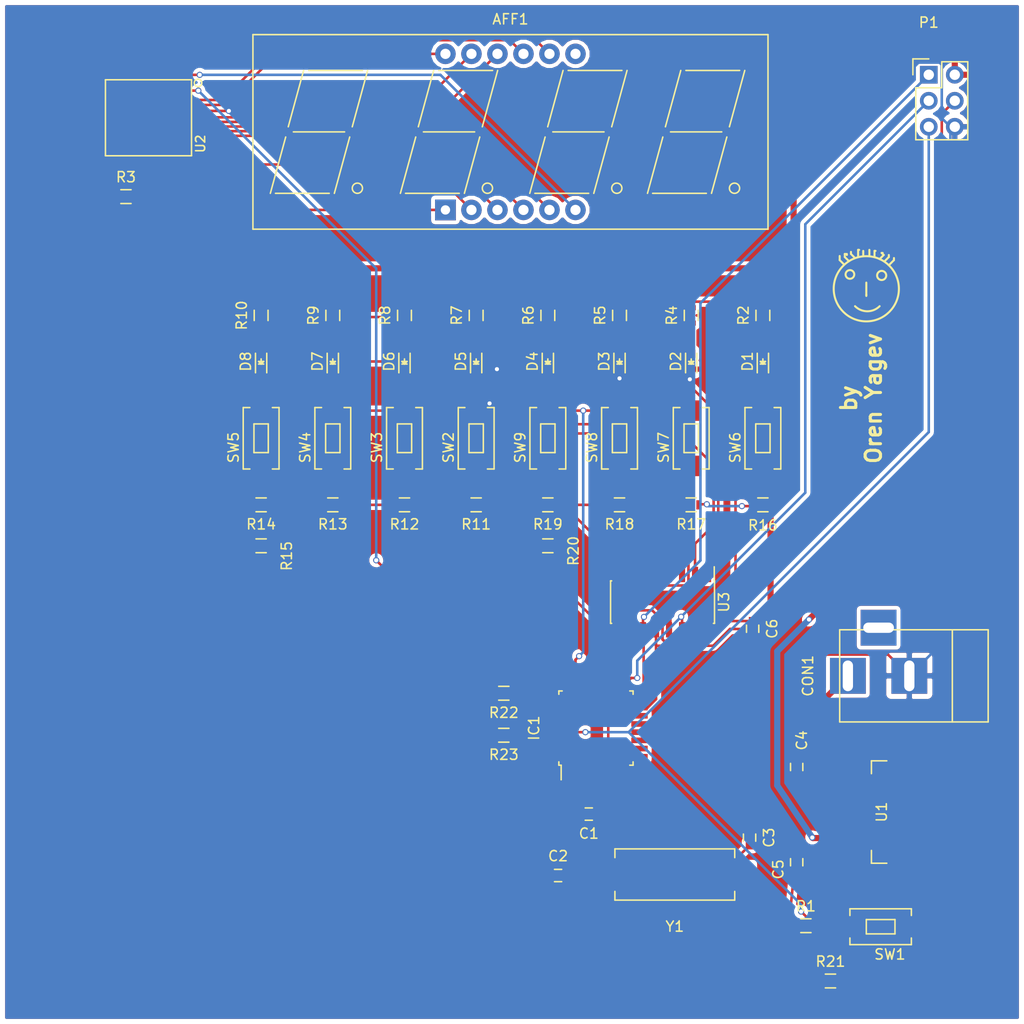
<source format=kicad_pcb>
(kicad_pcb (version 4) (host pcbnew 4.0.4-stable)
  (layers (0 F.Cu signal) (31 B.Cu signal) (34 B.Paste user hide) (35 F.Paste user hide) (36 B.SilkS user) (37 F.SilkS user) (38 B.Mask user) (39 F.Mask user) (44 Edge.Cuts user))
  (net 0 "")
  (net 1 "Net-(AFF1-Pad1)")
  (net 2 "Net-(AFF1-Pad2)")
  (net 3 "Net-(AFF1-Pad3)")
  (net 4 "Net-(AFF1-Pad4)")
  (net 5 "Net-(AFF1-Pad5)")
  (net 6 "Net-(AFF1-Pad6)")
  (net 7 "Net-(AFF1-Pad9)")
  (net 8 "Net-(AFF1-Pad8)")
  (net 9 "Net-(AFF1-Pad12)")
  (net 10 "Net-(AFF1-Pad11)")
  (net 11 "Net-(AFF1-Pad7)")
  (net 12 "Net-(AFF1-Pad10)")
  (net 13 +5V)
  (net 14 GND)
  (net 15 /Atmega328-SMD-32-Base/XTAL1)
  (net 16 /Atmega328-SMD-32-Base/XTAL2)
  (net 17 /Power5V/Vin)
  (net 18 "Net-(CON1-Pad3)")
  (net 19 "Net-(D1-Pad2)")
  (net 20 "Net-(D2-Pad2)")
  (net 21 "Net-(D3-Pad2)")
  (net 22 "Net-(D4-Pad2)")
  (net 23 "Net-(D5-Pad2)")
  (net 24 "Net-(D6-Pad2)")
  (net 25 "Net-(D7-Pad2)")
  (net 26 "Net-(D8-Pad2)")
  (net 27 /Atmega328-SMD-32-Base/D3/PWM)
  (net 28 /Atmega328-SMD-32-Base/D4)
  (net 29 /Atmega328-SMD-32-Base/D5/PWM)
  (net 30 /Atmega328-SMD-32-Base/D6/PWM)
  (net 31 /Atmega328-SMD-32-Base/D7)
  (net 32 /Atmega328-SMD-32-Base/D8)
  (net 33 /Atmega328-SMD-32-Base/D9/PWM)
  (net 34 /Atmega328-SMD-32-Base/D10/PWM)
  (net 35 /MCU_D11)
  (net 36 /MCU_D12)
  (net 37 /MCU_D13)
  (net 38 /Atmega328-SMD-32-Base/A6)
  (net 39 /Atmega328-SMD-32-Base/A7)
  (net 40 /Atmega328-SMD-32-Base/A0)
  (net 41 /Atmega328-SMD-32-Base/A1)
  (net 42 /Atmega328-SMD-32-Base/A2)
  (net 43 /Atmega328-SMD-32-Base/A3)
  (net 44 /SDA)
  (net 45 /SCL)
  (net 46 /Atmega328-SMD-32-Base/reset)
  (net 47 /Atmega328-SMD-32-Base/D0/RX)
  (net 48 /Atmega328-SMD-32-Base/D1/TX)
  (net 49 /Atmega328-SMD-32-Base/D2)
  (net 50 "Net-(R2-Pad2)")
  (net 51 "Net-(R3-Pad1)")
  (net 52 "Net-(R4-Pad2)")
  (net 53 "Net-(R5-Pad2)")
  (net 54 "Net-(R6-Pad2)")
  (net 55 "Net-(R7-Pad2)")
  (net 56 "Net-(R8-Pad2)")
  (net 57 "Net-(R9-Pad2)")
  (net 58 "Net-(R10-Pad2)")
  (net 59 "Net-(R11-Pad2)")
  (net 60 "Net-(R12-Pad2)")
  (net 61 "Net-(R13-Pad2)")
  (net 62 "Net-(R14-Pad2)")
  (net 63 "Net-(R16-Pad2)")
  (net 64 "Net-(R17-Pad2)")
  (net 65 "Net-(R18-Pad2)")
  (net 66 "Net-(R19-Pad2)")
  (net 67 "Net-(U2-Pad24)")
  (net 68 "Net-(U2-Pad7)")
  (net 69 "Net-(U2-Pad17)")
  (net 70 "Net-(U2-Pad8)")
  (net 71 "Net-(U2-Pad9)")
  (net 72 "Net-(U2-Pad10)")
  (net 73 "Net-(U2-Pad11)")
  (net 74 "Net-(U2-Pad12)")
  (net 75 "Net-(U3-Pad9)")
  (module Displays_7-Segment:Cx56-12 (layer F.Cu) (at 125 65.5)
    (fp_text reference AFF1 (at 6.35 -18.62) (layer F.SilkS))
    (fp_text value LTC-5723HR)
    (pad 1 thru_hole rect (at 0 0) (size 2.032 2.032) (drill 0.9144) (layers *.Cu *.Mask) (net 1 "Net-(AFF1-Pad1)"))
    (pad 2 thru_hole circle (at 2.54 0) (size 2 2) (drill 1) (layers *.Cu *.Mask) (net 2 "Net-(AFF1-Pad2)"))
    (pad 3 thru_hole circle (at 5.08 0) (size 2 2) (drill 1) (layers *.Cu *.Mask) (net 3 "Net-(AFF1-Pad3)"))
    (pad 4 thru_hole circle (at 7.62 0) (size 2 2) (drill 1) (layers *.Cu *.Mask) (net 4 "Net-(AFF1-Pad4)"))
    (pad 5 thru_hole circle (at 10.16 0) (size 2 2) (drill 1) (layers *.Cu *.Mask) (net 5 "Net-(AFF1-Pad5)"))
    (pad 6 thru_hole circle (at 12.7 0) (size 2 2) (drill 1) (layers *.Cu *.Mask) (net 6 "Net-(AFF1-Pad6)"))
    (pad 9 thru_hole circle (at 7.62 -15.24) (size 2 2) (drill 1) (layers *.Cu *.Mask) (net 7 "Net-(AFF1-Pad9)"))
    (pad 8 thru_hole circle (at 10.16 -15.24) (size 2 2) (drill 1) (layers *.Cu *.Mask) (net 8 "Net-(AFF1-Pad8)"))
    (pad 12 thru_hole circle (at 0 -15.24) (size 2 2) (drill 1) (layers *.Cu *.Mask) (net 9 "Net-(AFF1-Pad12)"))
    (pad 11 thru_hole circle (at 2.54 -15.24) (size 2 2) (drill 1) (layers *.Cu *.Mask) (net 10 "Net-(AFF1-Pad11)"))
    (pad 7 thru_hole circle (at 12.7 -15.24) (size 2 2) (drill 1) (layers *.Cu *.Mask) (net 11 "Net-(AFF1-Pad7)"))
    (pad 10 thru_hole circle (at 5.08 -15.24) (size 2 2) (drill 1) (layers *.Cu *.Mask) (net 12 "Net-(AFF1-Pad10)"))
  )
  (module Capacitors_SMD:C_0603 (layer F.Cu) (at 139 124.5 180)
    (fp_text reference C1 (at 0 -1.9 180) (layer F.SilkS))
    (fp_text value 0.1uF)
    (pad 1 smd rect (at -0.75 0 180) (size 0.8 0.75) (layers F.Cu F.Paste F.Mask) (net 13 +5V))
    (pad 2 smd rect (at 0.75 0 180) (size 0.8 0.75) (layers F.Cu F.Paste F.Mask) (net 14 GND))
  )
  (module Capacitors_SMD:C_0603 (layer F.Cu) (at 136 130.5)
    (fp_text reference C2 (at 0 -1.9) (layer F.SilkS))
    (fp_text value 22pF)
    (pad 1 smd rect (at -0.75 0) (size 0.8 0.75) (layers F.Cu F.Paste F.Mask) (net 14 GND))
    (pad 2 smd rect (at 0.75 0) (size 0.8 0.75) (layers F.Cu F.Paste F.Mask) (net 15 /Atmega328-SMD-32-Base/XTAL1))
  )
  (module Capacitors_SMD:C_0603 (layer F.Cu) (at 154.7 126.8 270)
    (fp_text reference C3 (at 0 -1.9 270) (layer F.SilkS))
    (fp_text value 22pF)
    (pad 1 smd rect (at -0.75 0 270) (size 0.8 0.75) (layers F.Cu F.Paste F.Mask) (net 14 GND))
    (pad 2 smd rect (at 0.75 0 270) (size 0.8 0.75) (layers F.Cu F.Paste F.Mask) (net 16 /Atmega328-SMD-32-Base/XTAL2))
  )
  (module Capacitors_SMD:C_0603 (layer F.Cu) (at 159.3 119.9 270)
    (fp_text reference C4 (at -2.6 -0.5 270) (layer F.SilkS))
    (fp_text value 0.33uF)
    (pad 1 smd rect (at -0.75 0 270) (size 0.8 0.75) (layers F.Cu F.Paste F.Mask) (net 17 /Power5V/Vin))
    (pad 2 smd rect (at 0.75 0 270) (size 0.8 0.75) (layers F.Cu F.Paste F.Mask) (net 14 GND))
  )
  (module Capacitors_SMD:C_0603 (layer F.Cu) (at 159.3 129.2 90)
    (fp_text reference C5 (at -0.7 -1.8 90) (layer F.SilkS))
    (fp_text value 0.1uF)
    (pad 1 smd rect (at -0.75 0 90) (size 0.8 0.75) (layers F.Cu F.Paste F.Mask) (net 13 +5V))
    (pad 2 smd rect (at 0.75 0 90) (size 0.8 0.75) (layers F.Cu F.Paste F.Mask) (net 14 GND))
  )
  (module Capacitors_SMD:C_0603 (layer F.Cu) (at 155 106.4 270)
    (fp_text reference C6 (at 0 -1.9 270) (layer F.SilkS))
    (fp_text value 0.1uF)
    (pad 1 smd rect (at -0.75 0 270) (size 0.8 0.75) (layers F.Cu F.Paste F.Mask) (net 13 +5V))
    (pad 2 smd rect (at 0.75 0 270) (size 0.8 0.75) (layers F.Cu F.Paste F.Mask) (net 14 GND))
  )
  (module Connect:BARREL_JACK (layer F.Cu) (at 170.5 111 180)
    (fp_text reference CON1 (at 10.09904 0 270) (layer F.SilkS))
    (fp_text value BARREL_JACK)
    (pad 1 thru_hole rect (at 6.20014 0 180) (size 3.50012 3.50012) (drill oval 1.00076 2.99974) (layers *.Cu *.Mask) (net 17 /Power5V/Vin))
    (pad 2 thru_hole rect (at 0.20066 0 180) (size 3.50012 3.50012) (drill oval 1.00076 2.99974) (layers *.Cu *.Mask) (net 14 GND))
    (pad 3 thru_hole rect (at 3.2004 4.699 180) (size 3.50012 3.50012) (drill oval 2.99974 1.00076) (layers *.Cu *.Mask) (net 18 "Net-(CON1-Pad3)"))
  )
  (module LEDs:LED_0603 (layer F.Cu) (at 156 80.3 90)
    (fp_text reference D1 (at 0 -1.5 90) (layer F.SilkS))
    (fp_text value ILED1)
    (pad 2 smd rect (at 0.7493 0 270) (size 0.79756 0.79756) (layers F.Cu F.Paste F.Mask) (net 19 "Net-(D1-Pad2)"))
    (pad 1 smd rect (at -0.7493 0 270) (size 0.79756 0.79756) (layers F.Cu F.Paste F.Mask) (net 14 GND))
  )
  (module LEDs:LED_0603 (layer F.Cu) (at 149 80.3 90)
    (fp_text reference D2 (at 0 -1.5 90) (layer F.SilkS))
    (fp_text value ILED1)
    (pad 2 smd rect (at 0.7493 0 270) (size 0.79756 0.79756) (layers F.Cu F.Paste F.Mask) (net 20 "Net-(D2-Pad2)"))
    (pad 1 smd rect (at -0.7493 0 270) (size 0.79756 0.79756) (layers F.Cu F.Paste F.Mask) (net 14 GND))
  )
  (module LEDs:LED_0603 (layer F.Cu) (at 142 80.3 90)
    (fp_text reference D3 (at 0 -1.5 90) (layer F.SilkS))
    (fp_text value ILED1)
    (pad 2 smd rect (at 0.7493 0 270) (size 0.79756 0.79756) (layers F.Cu F.Paste F.Mask) (net 21 "Net-(D3-Pad2)"))
    (pad 1 smd rect (at -0.7493 0 270) (size 0.79756 0.79756) (layers F.Cu F.Paste F.Mask) (net 14 GND))
  )
  (module LEDs:LED_0603 (layer F.Cu) (at 135 80.3 90)
    (fp_text reference D4 (at 0 -1.5 90) (layer F.SilkS))
    (fp_text value ILED1)
    (pad 2 smd rect (at 0.7493 0 270) (size 0.79756 0.79756) (layers F.Cu F.Paste F.Mask) (net 22 "Net-(D4-Pad2)"))
    (pad 1 smd rect (at -0.7493 0 270) (size 0.79756 0.79756) (layers F.Cu F.Paste F.Mask) (net 14 GND))
  )
  (module LEDs:LED_0603 (layer F.Cu) (at 128 80.3 90)
    (fp_text reference D5 (at 0 -1.5 90) (layer F.SilkS))
    (fp_text value ILED1)
    (pad 2 smd rect (at 0.7493 0 270) (size 0.79756 0.79756) (layers F.Cu F.Paste F.Mask) (net 23 "Net-(D5-Pad2)"))
    (pad 1 smd rect (at -0.7493 0 270) (size 0.79756 0.79756) (layers F.Cu F.Paste F.Mask) (net 14 GND))
  )
  (module LEDs:LED_0603 (layer F.Cu) (at 121 80.3 90)
    (fp_text reference D6 (at 0 -1.5 90) (layer F.SilkS))
    (fp_text value ILED1)
    (pad 2 smd rect (at 0.7493 0 270) (size 0.79756 0.79756) (layers F.Cu F.Paste F.Mask) (net 24 "Net-(D6-Pad2)"))
    (pad 1 smd rect (at -0.7493 0 270) (size 0.79756 0.79756) (layers F.Cu F.Paste F.Mask) (net 14 GND))
  )
  (module LEDs:LED_0603 (layer F.Cu) (at 114 80.3 90)
    (fp_text reference D7 (at 0 -1.5 90) (layer F.SilkS))
    (fp_text value ILED1)
    (pad 2 smd rect (at 0.7493 0 270) (size 0.79756 0.79756) (layers F.Cu F.Paste F.Mask) (net 25 "Net-(D7-Pad2)"))
    (pad 1 smd rect (at -0.7493 0 270) (size 0.79756 0.79756) (layers F.Cu F.Paste F.Mask) (net 14 GND))
  )
  (module LEDs:LED_0603 (layer F.Cu) (at 107 80.3 90)
    (fp_text reference D8 (at 0 -1.5 90) (layer F.SilkS))
    (fp_text value ILED1)
    (pad 2 smd rect (at 0.7493 0 270) (size 0.79756 0.79756) (layers F.Cu F.Paste F.Mask) (net 26 "Net-(D8-Pad2)"))
    (pad 1 smd rect (at -0.7493 0 270) (size 0.79756 0.79756) (layers F.Cu F.Paste F.Mask) (net 14 GND))
  )
  (module Housings_QFP:TQFP-32_7x7mm_Pitch0.8mm (layer F.Cu) (at 139.7 116.1 90)
    (fp_text reference IC1 (at 0 -6.05 90) (layer F.SilkS))
    (fp_text value ATMEGA328-AU)
    (pad 1 smd rect (at -4.25 -2.8 90) (size 1.6 0.55) (layers F.Cu F.Paste F.Mask) (net 27 /Atmega328-SMD-32-Base/D3/PWM))
    (pad 2 smd rect (at -4.25 -2 90) (size 1.6 0.55) (layers F.Cu F.Paste F.Mask) (net 28 /Atmega328-SMD-32-Base/D4))
    (pad 3 smd rect (at -4.25 -1.2 90) (size 1.6 0.55) (layers F.Cu F.Paste F.Mask) (net 14 GND))
    (pad 4 smd rect (at -4.25 -0.4 90) (size 1.6 0.55) (layers F.Cu F.Paste F.Mask) (net 13 +5V))
    (pad 5 smd rect (at -4.25 0.4 90) (size 1.6 0.55) (layers F.Cu F.Paste F.Mask) (net 14 GND))
    (pad 6 smd rect (at -4.25 1.2 90) (size 1.6 0.55) (layers F.Cu F.Paste F.Mask) (net 13 +5V))
    (pad 7 smd rect (at -4.25 2 90) (size 1.6 0.55) (layers F.Cu F.Paste F.Mask) (net 15 /Atmega328-SMD-32-Base/XTAL1))
    (pad 8 smd rect (at -4.25 2.8 90) (size 1.6 0.55) (layers F.Cu F.Paste F.Mask) (net 16 /Atmega328-SMD-32-Base/XTAL2))
    (pad 9 smd rect (at -2.8 4.25 180) (size 1.6 0.55) (layers F.Cu F.Paste F.Mask) (net 29 /Atmega328-SMD-32-Base/D5/PWM))
    (pad 10 smd rect (at -2 4.25 180) (size 1.6 0.55) (layers F.Cu F.Paste F.Mask) (net 30 /Atmega328-SMD-32-Base/D6/PWM))
    (pad 11 smd rect (at -1.2 4.25 180) (size 1.6 0.55) (layers F.Cu F.Paste F.Mask) (net 31 /Atmega328-SMD-32-Base/D7))
    (pad 12 smd rect (at -0.4 4.25 180) (size 1.6 0.55) (layers F.Cu F.Paste F.Mask) (net 32 /Atmega328-SMD-32-Base/D8))
    (pad 13 smd rect (at 0.4 4.25 180) (size 1.6 0.55) (layers F.Cu F.Paste F.Mask) (net 33 /Atmega328-SMD-32-Base/D9/PWM))
    (pad 14 smd rect (at 1.2 4.25 180) (size 1.6 0.55) (layers F.Cu F.Paste F.Mask) (net 34 /Atmega328-SMD-32-Base/D10/PWM))
    (pad 15 smd rect (at 2 4.25 180) (size 1.6 0.55) (layers F.Cu F.Paste F.Mask) (net 35 /MCU_D11))
    (pad 16 smd rect (at 2.8 4.25 180) (size 1.6 0.55) (layers F.Cu F.Paste F.Mask) (net 36 /MCU_D12))
    (pad 17 smd rect (at 4.25 2.8 90) (size 1.6 0.55) (layers F.Cu F.Paste F.Mask) (net 37 /MCU_D13))
    (pad 18 smd rect (at 4.25 2 90) (size 1.6 0.55) (layers F.Cu F.Paste F.Mask) (net 13 +5V))
    (pad 19 smd rect (at 4.25 1.2 90) (size 1.6 0.55) (layers F.Cu F.Paste F.Mask) (net 38 /Atmega328-SMD-32-Base/A6))
    (pad 20 smd rect (at 4.25 0.4 90) (size 1.6 0.55) (layers F.Cu F.Paste F.Mask) (net 13 +5V))
    (pad 21 smd rect (at 4.25 -0.4 90) (size 1.6 0.55) (layers F.Cu F.Paste F.Mask) (net 14 GND))
    (pad 22 smd rect (at 4.25 -1.2 90) (size 1.6 0.55) (layers F.Cu F.Paste F.Mask) (net 39 /Atmega328-SMD-32-Base/A7))
    (pad 23 smd rect (at 4.25 -2 90) (size 1.6 0.55) (layers F.Cu F.Paste F.Mask) (net 40 /Atmega328-SMD-32-Base/A0))
    (pad 24 smd rect (at 4.25 -2.8 90) (size 1.6 0.55) (layers F.Cu F.Paste F.Mask) (net 41 /Atmega328-SMD-32-Base/A1))
    (pad 25 smd rect (at 2.8 -4.25 180) (size 1.6 0.55) (layers F.Cu F.Paste F.Mask) (net 42 /Atmega328-SMD-32-Base/A2))
    (pad 26 smd rect (at 2 -4.25 180) (size 1.6 0.55) (layers F.Cu F.Paste F.Mask) (net 43 /Atmega328-SMD-32-Base/A3))
    (pad 27 smd rect (at 1.2 -4.25 180) (size 1.6 0.55) (layers F.Cu F.Paste F.Mask) (net 44 /SDA))
    (pad 28 smd rect (at 0.4 -4.25 180) (size 1.6 0.55) (layers F.Cu F.Paste F.Mask) (net 45 /SCL))
    (pad 29 smd rect (at -0.4 -4.25 180) (size 1.6 0.55) (layers F.Cu F.Paste F.Mask) (net 46 /Atmega328-SMD-32-Base/reset))
    (pad 30 smd rect (at -1.2 -4.25 180) (size 1.6 0.55) (layers F.Cu F.Paste F.Mask) (net 47 /Atmega328-SMD-32-Base/D0/RX))
    (pad 31 smd rect (at -2 -4.25 180) (size 1.6 0.55) (layers F.Cu F.Paste F.Mask) (net 48 /Atmega328-SMD-32-Base/D1/TX))
    (pad 32 smd rect (at -2.8 -4.25 180) (size 1.6 0.55) (layers F.Cu F.Paste F.Mask) (net 49 /Atmega328-SMD-32-Base/D2))
  )
  (module Pin_Headers:Pin_Header_Straight_2x03 (layer F.Cu) (at 172.2 52.3)
    (fp_text reference P1 (at 0 -5.1) (layer F.SilkS))
    (fp_text value CONN_02X03)
    (pad 1 thru_hole rect (at 0 0) (size 1.7272 1.7272) (drill 1.016) (layers *.Cu *.Mask) (net 36 /MCU_D12))
    (pad 2 thru_hole oval (at 2.54 0) (size 1.7272 1.7272) (drill 1.016) (layers *.Cu *.Mask) (net 13 +5V))
    (pad 3 thru_hole oval (at 0 2.54) (size 1.7272 1.7272) (drill 1.016) (layers *.Cu *.Mask) (net 37 /MCU_D13))
    (pad 4 thru_hole oval (at 2.54 2.54) (size 1.7272 1.7272) (drill 1.016) (layers *.Cu *.Mask) (net 35 /MCU_D11))
    (pad 5 thru_hole oval (at 0 5.08) (size 1.7272 1.7272) (drill 1.016) (layers *.Cu *.Mask) (net 46 /Atmega328-SMD-32-Base/reset))
    (pad 6 thru_hole oval (at 2.54 5.08) (size 1.7272 1.7272) (drill 1.016) (layers *.Cu *.Mask) (net 14 GND))
  )
  (module Resistors_SMD:R_0603 (layer F.Cu) (at 160.2 135.4)
    (fp_text reference R1 (at 0 -1.9) (layer F.SilkS))
    (fp_text value 10K)
    (pad 1 smd rect (at -0.75 0) (size 0.5 0.9) (layers F.Cu F.Paste F.Mask) (net 13 +5V))
    (pad 2 smd rect (at 0.75 0) (size 0.5 0.9) (layers F.Cu F.Paste F.Mask) (net 46 /Atmega328-SMD-32-Base/reset))
  )
  (module Resistors_SMD:R_0603 (layer F.Cu) (at 156 75.8 90)
    (fp_text reference R2 (at 0 -1.9 90) (layer F.SilkS))
    (fp_text value 150)
    (pad 1 smd rect (at -0.75 0 90) (size 0.5 0.9) (layers F.Cu F.Paste F.Mask) (net 19 "Net-(D1-Pad2)"))
    (pad 2 smd rect (at 0.75 0 90) (size 0.5 0.9) (layers F.Cu F.Paste F.Mask) (net 50 "Net-(R2-Pad2)"))
  )
  (module Resistors_SMD:R_0603 (layer F.Cu) (at 93.8 64.2)
    (fp_text reference R3 (at 0 -1.9) (layer F.SilkS))
    (fp_text value 23.2K)
    (pad 1 smd rect (at -0.75 0) (size 0.5 0.9) (layers F.Cu F.Paste F.Mask) (net 51 "Net-(R3-Pad1)"))
    (pad 2 smd rect (at 0.75 0) (size 0.5 0.9) (layers F.Cu F.Paste F.Mask) (net 13 +5V))
  )
  (module Resistors_SMD:R_0603 (layer F.Cu) (at 149 75.8 90)
    (fp_text reference R4 (at 0 -1.9 90) (layer F.SilkS))
    (fp_text value 150)
    (pad 1 smd rect (at -0.75 0 90) (size 0.5 0.9) (layers F.Cu F.Paste F.Mask) (net 20 "Net-(D2-Pad2)"))
    (pad 2 smd rect (at 0.75 0 90) (size 0.5 0.9) (layers F.Cu F.Paste F.Mask) (net 52 "Net-(R4-Pad2)"))
  )
  (module Resistors_SMD:R_0603 (layer F.Cu) (at 142 75.8 90)
    (fp_text reference R5 (at 0 -1.9 90) (layer F.SilkS))
    (fp_text value 150)
    (pad 1 smd rect (at -0.75 0 90) (size 0.5 0.9) (layers F.Cu F.Paste F.Mask) (net 21 "Net-(D3-Pad2)"))
    (pad 2 smd rect (at 0.75 0 90) (size 0.5 0.9) (layers F.Cu F.Paste F.Mask) (net 53 "Net-(R5-Pad2)"))
  )
  (module Resistors_SMD:R_0603 (layer F.Cu) (at 135 75.8 90)
    (fp_text reference R6 (at 0 -1.9 90) (layer F.SilkS))
    (fp_text value 150)
    (pad 1 smd rect (at -0.75 0 90) (size 0.5 0.9) (layers F.Cu F.Paste F.Mask) (net 22 "Net-(D4-Pad2)"))
    (pad 2 smd rect (at 0.75 0 90) (size 0.5 0.9) (layers F.Cu F.Paste F.Mask) (net 54 "Net-(R6-Pad2)"))
  )
  (module Resistors_SMD:R_0603 (layer F.Cu) (at 128 75.8 90)
    (fp_text reference R7 (at 0 -1.9 90) (layer F.SilkS))
    (fp_text value 150)
    (pad 1 smd rect (at -0.75 0 90) (size 0.5 0.9) (layers F.Cu F.Paste F.Mask) (net 23 "Net-(D5-Pad2)"))
    (pad 2 smd rect (at 0.75 0 90) (size 0.5 0.9) (layers F.Cu F.Paste F.Mask) (net 55 "Net-(R7-Pad2)"))
  )
  (module Resistors_SMD:R_0603 (layer F.Cu) (at 121 75.8 90)
    (fp_text reference R8 (at 0 -1.9 90) (layer F.SilkS))
    (fp_text value 150)
    (pad 1 smd rect (at -0.75 0 90) (size 0.5 0.9) (layers F.Cu F.Paste F.Mask) (net 24 "Net-(D6-Pad2)"))
    (pad 2 smd rect (at 0.75 0 90) (size 0.5 0.9) (layers F.Cu F.Paste F.Mask) (net 56 "Net-(R8-Pad2)"))
  )
  (module Resistors_SMD:R_0603 (layer F.Cu) (at 114 75.8 90)
    (fp_text reference R9 (at 0 -1.9 90) (layer F.SilkS))
    (fp_text value 150)
    (pad 1 smd rect (at -0.75 0 90) (size 0.5 0.9) (layers F.Cu F.Paste F.Mask) (net 25 "Net-(D7-Pad2)"))
    (pad 2 smd rect (at 0.75 0 90) (size 0.5 0.9) (layers F.Cu F.Paste F.Mask) (net 57 "Net-(R9-Pad2)"))
  )
  (module Resistors_SMD:R_0603 (layer F.Cu) (at 107 75.8 90)
    (fp_text reference R10 (at 0 -1.9 90) (layer F.SilkS))
    (fp_text value 150)
    (pad 1 smd rect (at -0.75 0 90) (size 0.5 0.9) (layers F.Cu F.Paste F.Mask) (net 26 "Net-(D8-Pad2)"))
    (pad 2 smd rect (at 0.75 0 90) (size 0.5 0.9) (layers F.Cu F.Paste F.Mask) (net 58 "Net-(R10-Pad2)"))
  )
  (module Resistors_SMD:R_0603 (layer F.Cu) (at 128 94.3 180)
    (fp_text reference R11 (at 0 -1.9 180) (layer F.SilkS))
    (fp_text value 3K3)
    (pad 1 smd rect (at -0.75 0 180) (size 0.5 0.9) (layers F.Cu F.Paste F.Mask) (net 13 +5V))
    (pad 2 smd rect (at 0.75 0 180) (size 0.5 0.9) (layers F.Cu F.Paste F.Mask) (net 59 "Net-(R11-Pad2)"))
  )
  (module Resistors_SMD:R_0603 (layer F.Cu) (at 121 94.3 180)
    (fp_text reference R12 (at 0 -1.9 180) (layer F.SilkS))
    (fp_text value 3K3)
    (pad 1 smd rect (at -0.75 0 180) (size 0.5 0.9) (layers F.Cu F.Paste F.Mask) (net 59 "Net-(R11-Pad2)"))
    (pad 2 smd rect (at 0.75 0 180) (size 0.5 0.9) (layers F.Cu F.Paste F.Mask) (net 60 "Net-(R12-Pad2)"))
  )
  (module Resistors_SMD:R_0603 (layer F.Cu) (at 114 94.3 180)
    (fp_text reference R13 (at 0 -1.9 180) (layer F.SilkS))
    (fp_text value 3K3)
    (pad 1 smd rect (at -0.75 0 180) (size 0.5 0.9) (layers F.Cu F.Paste F.Mask) (net 60 "Net-(R12-Pad2)"))
    (pad 2 smd rect (at 0.75 0 180) (size 0.5 0.9) (layers F.Cu F.Paste F.Mask) (net 61 "Net-(R13-Pad2)"))
  )
  (module Resistors_SMD:R_0603 (layer F.Cu) (at 107 94.3 180)
    (fp_text reference R14 (at 0 -1.9 180) (layer F.SilkS))
    (fp_text value 3K3)
    (pad 1 smd rect (at -0.75 0 180) (size 0.5 0.9) (layers F.Cu F.Paste F.Mask) (net 61 "Net-(R13-Pad2)"))
    (pad 2 smd rect (at 0.75 0 180) (size 0.5 0.9) (layers F.Cu F.Paste F.Mask) (net 62 "Net-(R14-Pad2)"))
  )
  (module Resistors_SMD:R_0603 (layer F.Cu) (at 107 98.3)
    (fp_text reference R15 (at 2.5 1 90) (layer F.SilkS))
    (fp_text value 3K3)
    (pad 1 smd rect (at -0.75 0) (size 0.5 0.9) (layers F.Cu F.Paste F.Mask) (net 62 "Net-(R14-Pad2)"))
    (pad 2 smd rect (at 0.75 0) (size 0.5 0.9) (layers F.Cu F.Paste F.Mask) (net 14 GND))
  )
  (module Resistors_SMD:R_0603 (layer F.Cu) (at 156 94.3 180)
    (fp_text reference R16 (at 0 -2 360) (layer F.SilkS))
    (fp_text value 3K3)
    (pad 1 smd rect (at -0.75 0 180) (size 0.5 0.9) (layers F.Cu F.Paste F.Mask) (net 13 +5V))
    (pad 2 smd rect (at 0.75 0 180) (size 0.5 0.9) (layers F.Cu F.Paste F.Mask) (net 63 "Net-(R16-Pad2)"))
  )
  (module Resistors_SMD:R_0603 (layer F.Cu) (at 149 94.3 180)
    (fp_text reference R17 (at 0 -1.9 180) (layer F.SilkS))
    (fp_text value 3K3)
    (pad 1 smd rect (at -0.75 0 180) (size 0.5 0.9) (layers F.Cu F.Paste F.Mask) (net 63 "Net-(R16-Pad2)"))
    (pad 2 smd rect (at 0.75 0 180) (size 0.5 0.9) (layers F.Cu F.Paste F.Mask) (net 64 "Net-(R17-Pad2)"))
  )
  (module Resistors_SMD:R_0603 (layer F.Cu) (at 142 94.3 180)
    (fp_text reference R18 (at 0 -1.9 180) (layer F.SilkS))
    (fp_text value 3K3)
    (pad 1 smd rect (at -0.75 0 180) (size 0.5 0.9) (layers F.Cu F.Paste F.Mask) (net 64 "Net-(R17-Pad2)"))
    (pad 2 smd rect (at 0.75 0 180) (size 0.5 0.9) (layers F.Cu F.Paste F.Mask) (net 65 "Net-(R18-Pad2)"))
  )
  (module Resistors_SMD:R_0603 (layer F.Cu) (at 135 94.3 180)
    (fp_text reference R19 (at 0 -1.9 180) (layer F.SilkS))
    (fp_text value 3K3)
    (pad 1 smd rect (at -0.75 0 180) (size 0.5 0.9) (layers F.Cu F.Paste F.Mask) (net 65 "Net-(R18-Pad2)"))
    (pad 2 smd rect (at 0.75 0 180) (size 0.5 0.9) (layers F.Cu F.Paste F.Mask) (net 66 "Net-(R19-Pad2)"))
  )
  (module Resistors_SMD:R_0603 (layer F.Cu) (at 135 98.3)
    (fp_text reference R20 (at 2.5 0.5 90) (layer F.SilkS))
    (fp_text value 3K3)
    (pad 1 smd rect (at -0.75 0) (size 0.5 0.9) (layers F.Cu F.Paste F.Mask) (net 66 "Net-(R19-Pad2)"))
    (pad 2 smd rect (at 0.75 0) (size 0.5 0.9) (layers F.Cu F.Paste F.Mask) (net 14 GND))
  )
  (module Resistors_SMD:R_0603 (layer F.Cu) (at 162.6 140.8)
    (fp_text reference R21 (at 0 -1.9) (layer F.SilkS))
    (fp_text value 10K)
    (pad 1 smd rect (at -0.75 0) (size 0.5 0.9) (layers F.Cu F.Paste F.Mask) (net 13 +5V))
    (pad 2 smd rect (at 0.75 0) (size 0.5 0.9) (layers F.Cu F.Paste F.Mask) (net 14 GND))
  )
  (module Resistors_SMD:R_0603 (layer F.Cu) (at 130.7 112.7 180)
    (fp_text reference R22 (at 0 -1.9 180) (layer F.SilkS))
    (fp_text value 10K)
    (pad 1 smd rect (at -0.75 0 180) (size 0.5 0.9) (layers F.Cu F.Paste F.Mask) (net 13 +5V))
    (pad 2 smd rect (at 0.75 0 180) (size 0.5 0.9) (layers F.Cu F.Paste F.Mask) (net 44 /SDA))
  )
  (module Resistors_SMD:R_0603 (layer F.Cu) (at 130.7 116.8 180)
    (fp_text reference R23 (at 0 -1.9 180) (layer F.SilkS))
    (fp_text value 10K)
    (pad 1 smd rect (at -0.75 0 180) (size 0.5 0.9) (layers F.Cu F.Paste F.Mask) (net 13 +5V))
    (pad 2 smd rect (at 0.75 0 180) (size 0.5 0.9) (layers F.Cu F.Paste F.Mask) (net 45 /SCL))
  )
  (module Buttons_Switches_SMD:SW_SPST_EVQPE1 (layer F.Cu) (at 167.5 135.5 180)
    (fp_text reference SW1 (at -0.9 -2.7 180) (layer F.SilkS))
    (fp_text value SW_PUSH)
    (pad 2 smd rect (at 2.7 0 180) (size 2 1.6) (layers F.Cu F.Paste F.Mask) (net 46 /Atmega328-SMD-32-Base/reset))
    (pad 1 smd rect (at -2.7 0 180) (size 2 1.6) (layers F.Cu F.Paste F.Mask) (net 14 GND))
  )
  (module Buttons_Switches_SMD:SW_SPST_EVQPE1 (layer F.Cu) (at 128 87.8 90)
    (fp_text reference SW2 (at -0.9 -2.7 90) (layer F.SilkS))
    (fp_text value Ind5)
    (pad 2 smd rect (at 2.7 0 90) (size 2 1.6) (layers F.Cu F.Paste F.Mask) (net 41 /Atmega328-SMD-32-Base/A1))
    (pad 1 smd rect (at -2.7 0 90) (size 2 1.6) (layers F.Cu F.Paste F.Mask) (net 59 "Net-(R11-Pad2)"))
  )
  (module Buttons_Switches_SMD:SW_SPST_EVQPE1 (layer F.Cu) (at 121 87.8 90)
    (fp_text reference SW3 (at -0.9 -2.7 90) (layer F.SilkS))
    (fp_text value Ind6)
    (pad 2 smd rect (at 2.7 0 90) (size 2 1.6) (layers F.Cu F.Paste F.Mask) (net 41 /Atmega328-SMD-32-Base/A1))
    (pad 1 smd rect (at -2.7 0 90) (size 2 1.6) (layers F.Cu F.Paste F.Mask) (net 60 "Net-(R12-Pad2)"))
  )
  (module Buttons_Switches_SMD:SW_SPST_EVQPE1 (layer F.Cu) (at 114 87.8 90)
    (fp_text reference SW4 (at -0.9 -2.7 90) (layer F.SilkS))
    (fp_text value Ind7)
    (pad 2 smd rect (at 2.7 0 90) (size 2 1.6) (layers F.Cu F.Paste F.Mask) (net 41 /Atmega328-SMD-32-Base/A1))
    (pad 1 smd rect (at -2.7 0 90) (size 2 1.6) (layers F.Cu F.Paste F.Mask) (net 61 "Net-(R13-Pad2)"))
  )
  (module Buttons_Switches_SMD:SW_SPST_EVQPE1 (layer F.Cu) (at 107 87.8 90)
    (fp_text reference SW5 (at -0.9 -2.7 90) (layer F.SilkS))
    (fp_text value Ind8)
    (pad 2 smd rect (at 2.7 0 90) (size 2 1.6) (layers F.Cu F.Paste F.Mask) (net 41 /Atmega328-SMD-32-Base/A1))
    (pad 1 smd rect (at -2.7 0 90) (size 2 1.6) (layers F.Cu F.Paste F.Mask) (net 62 "Net-(R14-Pad2)"))
  )
  (module Buttons_Switches_SMD:SW_SPST_EVQPE1 (layer F.Cu) (at 156 87.8 90)
    (fp_text reference SW6 (at -0.9 -2.7 90) (layer F.SilkS))
    (fp_text value Ind1)
    (pad 2 smd rect (at 2.7 0 90) (size 2 1.6) (layers F.Cu F.Paste F.Mask) (net 40 /Atmega328-SMD-32-Base/A0))
    (pad 1 smd rect (at -2.7 0 90) (size 2 1.6) (layers F.Cu F.Paste F.Mask) (net 63 "Net-(R16-Pad2)"))
  )
  (module Buttons_Switches_SMD:SW_SPST_EVQPE1 (layer F.Cu) (at 149 87.8 90)
    (fp_text reference SW7 (at -0.9 -2.7 90) (layer F.SilkS))
    (fp_text value Ind2)
    (pad 2 smd rect (at 2.7 0 90) (size 2 1.6) (layers F.Cu F.Paste F.Mask) (net 40 /Atmega328-SMD-32-Base/A0))
    (pad 1 smd rect (at -2.7 0 90) (size 2 1.6) (layers F.Cu F.Paste F.Mask) (net 64 "Net-(R17-Pad2)"))
  )
  (module Buttons_Switches_SMD:SW_SPST_EVQPE1 (layer F.Cu) (at 142 87.8 90)
    (fp_text reference SW8 (at -0.9 -2.7 90) (layer F.SilkS))
    (fp_text value Ind3)
    (pad 2 smd rect (at 2.7 0 90) (size 2 1.6) (layers F.Cu F.Paste F.Mask) (net 40 /Atmega328-SMD-32-Base/A0))
    (pad 1 smd rect (at -2.7 0 90) (size 2 1.6) (layers F.Cu F.Paste F.Mask) (net 65 "Net-(R18-Pad2)"))
  )
  (module Buttons_Switches_SMD:SW_SPST_EVQPE1 (layer F.Cu) (at 135 87.8 90)
    (fp_text reference SW9 (at -0.9 -2.7 90) (layer F.SilkS))
    (fp_text value Ind4)
    (pad 2 smd rect (at 2.7 0 90) (size 2 1.6) (layers F.Cu F.Paste F.Mask) (net 40 /Atmega328-SMD-32-Base/A0))
    (pad 1 smd rect (at -2.7 0 90) (size 2 1.6) (layers F.Cu F.Paste F.Mask) (net 66 "Net-(R19-Pad2)"))
  )
  (module TO_SOT_Packages_SMD:TO-263-3Lead (layer F.Cu) (at 164.1 124.3)
    (fp_text reference U1 (at 3.5 0 90) (layer F.SilkS))
    (fp_text value "")
    (pad 2 smd rect (at 0 0) (size 4.6 1.39) (layers F.Cu F.Paste F.Mask) (net 14 GND))
    (pad 4 smd rect (at 9.15 0) (size 9.4 10.8) (layers F.Cu F.Paste F.Mask))
    (pad 3 smd rect (at 0 2.54) (size 4.6 1.39) (layers F.Cu F.Paste F.Mask) (net 13 +5V))
    (pad 1 smd rect (at 0 -2.54) (size 4.6 1.39) (layers F.Cu F.Paste F.Mask) (net 17 /Power5V/Vin))
  )
  (module oren:QSOP-24 (layer F.Cu) (at 96 56.5 180)
    (fp_text reference U2 (at -5.08 -2.54 270) (layer F.SilkS) (effects (font (size 0.889 0.889) (thickness 0.1524))))
    (fp_text value AS1115)
    (pad 24 smd rect (at -3.4925 -2.65 180) (size 0.42 1.12) (layers F.Cu F.Paste F.Mask) (net 67 "Net-(U2-Pad24)"))
    (pad 1 smd rect (at -3.4925 2.65 180) (size 0.42 1.12) (layers F.Cu F.Paste F.Mask) (net 44 /SDA))
    (pad 23 smd rect (at -2.8575 -2.65 180) (size 0.42 1.12) (layers F.Cu F.Paste F.Mask) (net 2 "Net-(AFF1-Pad2)"))
    (pad 2 smd rect (at -2.8575 2.65 180) (size 0.42 1.12) (layers F.Cu F.Paste F.Mask) (net 6 "Net-(AFF1-Pad6)"))
    (pad 22 smd rect (at -2.2225 -2.65 180) (size 0.42 1.12) (layers F.Cu F.Paste F.Mask) (net 3 "Net-(AFF1-Pad3)"))
    (pad 3 smd rect (at -2.2225 2.65 180) (size 0.42 1.12) (layers F.Cu F.Paste F.Mask) (net 8 "Net-(AFF1-Pad8)"))
    (pad 21 smd rect (at -1.5875 -2.65 180) (size 0.42 1.12) (layers F.Cu F.Paste F.Mask) (net 1 "Net-(AFF1-Pad1)"))
    (pad 4 smd rect (at -1.5875 2.65 180) (size 0.42 1.12) (layers F.Cu F.Paste F.Mask) (net 7 "Net-(AFF1-Pad9)"))
    (pad 20 smd rect (at -0.9525 -2.65 180) (size 0.42 1.12) (layers F.Cu F.Paste F.Mask) (net 4 "Net-(AFF1-Pad4)"))
    (pad 5 smd rect (at -0.9525 2.65 180) (size 0.42 1.12) (layers F.Cu F.Paste F.Mask) (net 9 "Net-(AFF1-Pad12)"))
    (pad 19 smd rect (at -0.3175 -2.65 180) (size 0.42 1.12) (layers F.Cu F.Paste F.Mask) (net 13 +5V))
    (pad 6 smd rect (at -0.3175 2.65 180) (size 0.42 1.12) (layers F.Cu F.Paste F.Mask) (net 14 GND))
    (pad 18 smd rect (at 0.3175 -2.65 180) (size 0.42 1.12) (layers F.Cu F.Paste F.Mask) (net 5 "Net-(AFF1-Pad5)"))
    (pad 7 smd rect (at 0.3175 2.65 180) (size 0.42 1.12) (layers F.Cu F.Paste F.Mask) (net 68 "Net-(U2-Pad7)"))
    (pad 17 smd rect (at 0.9525 -2.65 180) (size 0.42 1.12) (layers F.Cu F.Paste F.Mask) (net 69 "Net-(U2-Pad17)"))
    (pad 8 smd rect (at 0.9525 2.65 180) (size 0.42 1.12) (layers F.Cu F.Paste F.Mask) (net 70 "Net-(U2-Pad8)"))
    (pad 16 smd rect (at 1.5875 -2.65 180) (size 0.42 1.12) (layers F.Cu F.Paste F.Mask) (net 12 "Net-(AFF1-Pad10)"))
    (pad 9 smd rect (at 1.5875 2.65 180) (size 0.42 1.12) (layers F.Cu F.Paste F.Mask) (net 71 "Net-(U2-Pad9)"))
    (pad 15 smd rect (at 2.2225 -2.65 180) (size 0.42 1.12) (layers F.Cu F.Paste F.Mask) (net 10 "Net-(AFF1-Pad11)"))
    (pad 10 smd rect (at 2.2225 2.65 180) (size 0.42 1.12) (layers F.Cu F.Paste F.Mask) (net 72 "Net-(U2-Pad10)"))
    (pad 14 smd rect (at 2.8575 -2.65 180) (size 0.42 1.12) (layers F.Cu F.Paste F.Mask) (net 45 /SCL))
    (pad 11 smd rect (at 2.8575 2.65 180) (size 0.42 1.12) (layers F.Cu F.Paste F.Mask) (net 73 "Net-(U2-Pad11)"))
    (pad 13 smd rect (at 3.4925 -2.65 180) (size 0.42 1.12) (layers F.Cu F.Paste F.Mask) (net 51 "Net-(R3-Pad1)"))
    (pad 12 smd rect (at 3.4925 2.65 180) (size 0.42 1.12) (layers F.Cu F.Paste F.Mask) (net 74 "Net-(U2-Pad12)"))
  )
  (module Housings_SOIC:SOIC-16_3.9x9.9mm_Pitch1.27mm (layer F.Cu) (at 146.2 103.8 270)
    (fp_text reference U3 (at 0 -6 270) (layer F.SilkS))
    (fp_text value 74HC595)
    (pad 1 smd rect (at -2.7 -4.445 270) (size 1.5 0.6) (layers F.Cu F.Paste F.Mask) (net 52 "Net-(R4-Pad2)"))
    (pad 2 smd rect (at -2.7 -3.175 270) (size 1.5 0.6) (layers F.Cu F.Paste F.Mask) (net 53 "Net-(R5-Pad2)"))
    (pad 3 smd rect (at -2.7 -1.905 270) (size 1.5 0.6) (layers F.Cu F.Paste F.Mask) (net 54 "Net-(R6-Pad2)"))
    (pad 4 smd rect (at -2.7 -0.635 270) (size 1.5 0.6) (layers F.Cu F.Paste F.Mask) (net 55 "Net-(R7-Pad2)"))
    (pad 5 smd rect (at -2.7 0.635 270) (size 1.5 0.6) (layers F.Cu F.Paste F.Mask) (net 56 "Net-(R8-Pad2)"))
    (pad 6 smd rect (at -2.7 1.905 270) (size 1.5 0.6) (layers F.Cu F.Paste F.Mask) (net 57 "Net-(R9-Pad2)"))
    (pad 7 smd rect (at -2.7 3.175 270) (size 1.5 0.6) (layers F.Cu F.Paste F.Mask) (net 58 "Net-(R10-Pad2)"))
    (pad 8 smd rect (at -2.7 4.445 270) (size 1.5 0.6) (layers F.Cu F.Paste F.Mask) (net 14 GND))
    (pad 9 smd rect (at 2.7 4.445 270) (size 1.5 0.6) (layers F.Cu F.Paste F.Mask) (net 75 "Net-(U3-Pad9)"))
    (pad 10 smd rect (at 2.7 3.175 270) (size 1.5 0.6) (layers F.Cu F.Paste F.Mask) (net 13 +5V))
    (pad 11 smd rect (at 2.7 1.905 270) (size 1.5 0.6) (layers F.Cu F.Paste F.Mask) (net 36 /MCU_D12))
    (pad 12 smd rect (at 2.7 0.635 270) (size 1.5 0.6) (layers F.Cu F.Paste F.Mask) (net 35 /MCU_D11))
    (pad 13 smd rect (at 2.7 -0.635 270) (size 1.5 0.6) (layers F.Cu F.Paste F.Mask) (net 14 GND))
    (pad 14 smd rect (at 2.7 -1.905 270) (size 1.5 0.6) (layers F.Cu F.Paste F.Mask) (net 37 /MCU_D13))
    (pad 15 smd rect (at 2.7 -3.175 270) (size 1.5 0.6) (layers F.Cu F.Paste F.Mask) (net 50 "Net-(R2-Pad2)"))
    (pad 16 smd rect (at 2.7 -4.445 270) (size 1.5 0.6) (layers F.Cu F.Paste F.Mask) (net 13 +5V))
  )
  (module Crystals:Crystal_HC49-SD_SMD (layer F.Cu) (at 147.4 130.4 180)
    (fp_text reference Y1 (at 0 -5.08 180) (layer F.SilkS))
    (fp_text value 16MHz)
    (pad 1 smd rect (at -4.84886 0 180) (size 5.6007 2.10058) (layers F.Cu F.Paste F.Mask) (net 16 /Atmega328-SMD-32-Base/XTAL2))
    (pad 2 smd rect (at 4.84886 0 180) (size 5.6007 2.10058) (layers F.Cu F.Paste F.Mask) (net 15 /Atmega328-SMD-32-Base/XTAL1))
  )
  (gr_text "by\nOren Yagev" (at 165.6 83.9 90) (layer F.SilkS) (effects (font (size 1.5 1.5) (thickness 0.3))))
  (gr_line (start 163.5 70.4) (end 163.5 70) (angle 90) (layer F.SilkS) (width 0.2))
  (gr_line (start 163.9 70.8) (end 163.5 70.4) (angle 90) (layer F.SilkS) (width 0.2))
  (gr_line (start 164 69.8) (end 164.1 69.8) (angle 90) (layer F.SilkS) (width 0.2))
  (gr_line (start 164 70.1) (end 164 69.8) (angle 90) (layer F.SilkS) (width 0.2))
  (gr_line (start 164.4 70.5) (end 164 70.1) (angle 90) (layer F.SilkS) (width 0.2))
  (gr_line (start 168.8 70.4) (end 168.8 70.2) (angle 90) (layer F.SilkS) (width 0.2))
  (gr_line (start 168.3 70.9) (end 168.8 70.4) (angle 90) (layer F.SilkS) (width 0.2))
  (gr_line (start 168.3 70.1) (end 168.3 69.9) (angle 90) (layer F.SilkS) (width 0.2))
  (gr_line (start 167.9 70.5) (end 168.3 70.1) (angle 90) (layer F.SilkS) (width 0.2))
  (gr_line (start 167.6 69.7) (end 167.7 69.7) (angle 90) (layer F.SilkS) (width 0.2))
  (gr_line (start 167.8 69.9) (end 167.6 69.7) (angle 90) (layer F.SilkS) (width 0.2))
  (gr_line (start 167.4 70.3) (end 167.8 69.9) (angle 90) (layer F.SilkS) (width 0.2))
  (gr_line (start 166.9 69.5) (end 167 69.5) (angle 90) (layer F.SilkS) (width 0.2))
  (gr_line (start 166.9 70.1) (end 166.9 69.5) (angle 90) (layer F.SilkS) (width 0.2))
  (gr_line (start 166.4 70) (end 166.4 69.4) (angle 90) (layer F.SilkS) (width 0.2))
  (gr_line (start 165.8 70) (end 165.8 69.5) (angle 90) (layer F.SilkS) (width 0.2))
  (gr_line (start 165.3 69.4) (end 165.4 69.4) (angle 90) (layer F.SilkS) (width 0.2))
  (gr_line (start 165.3 70.1) (end 165.3 69.4) (angle 90) (layer F.SilkS) (width 0.2))
  (gr_line (start 164.6 69.8) (end 164.6 69.6) (angle 90) (layer F.SilkS) (width 0.2))
  (gr_line (start 165 70.2) (end 164.6 69.8) (angle 90) (layer F.SilkS) (width 0.2))
  (gr_line (start 164.2 69.9) (end 164.2 69.8) (angle 90) (layer F.SilkS) (width 0.2))
  (gr_arc (start 166.2 73.7) (end 167.4 74.9) (angle 90) (layer F.SilkS) (width 0.2))
  (gr_line (start 166.1 73.8) (end 166.1 73.9) (angle 90) (layer F.SilkS) (width 0.2))
  (gr_line (start 166.1 72.6) (end 166.1 73.8) (angle 90) (layer F.SilkS) (width 0.2))
  (gr_circle (center 167.6 71.9) (end 168 72.1) (layer F.SilkS) (width 0.2))
  (gr_circle (center 164.5 71.8) (end 164.8 72.1) (layer F.SilkS) (width 0.2))
  (gr_circle (center 166.1 73.2) (end 168.4 75.4) (layer F.SilkS) (width 0.2))
  (gr_line (start 81.5 145) (end 81.5 45) (angle 90) (layer Edge.Cuts) (width 0.001))
  (gr_line (start 181.5 145) (end 81.5 145) (angle 90) (layer Edge.Cuts) (width 0.001))
  (gr_line (start 181.5 45) (end 181.5 145) (angle 90) (layer Edge.Cuts) (width 0.001))
  (gr_line (start 81.5 45) (end 181.5 45) (angle 90) (layer Edge.Cuts) (width 0.001))
  (segment (start 103.3424 65.5) (end 125 65.5) (width 0.25) (layer F.Cu) (net 1))
  (segment (start 97.5875 59.7451) (end 103.3424 65.5) (width 0.25) (layer F.Cu) (net 1))
  (segment (start 97.5875 59.15) (end 97.5875 59.7451) (width 0.25) (layer F.Cu) (net 1))
  (segment (start 123.1037 61.0637) (end 127.54 65.5) (width 0.25) (layer F.Cu) (net 2))
  (segment (start 100.1597 61.0637) (end 123.1037 61.0637) (width 0.25) (layer F.Cu) (net 2))
  (segment (start 98.8575 59.7615) (end 100.1597 61.0637) (width 0.25) (layer F.Cu) (net 2))
  (segment (start 98.8575 59.15) (end 98.8575 59.7615) (width 0.25) (layer F.Cu) (net 2))
  (segment (start 122.8446 58.2646) (end 130.08 65.5) (width 0.25) (layer F.Cu) (net 3))
  (segment (start 98.4438 58.2646) (end 122.8446 58.2646) (width 0.25) (layer F.Cu) (net 3))
  (segment (start 98.2225 58.4859) (end 98.4438 58.2646) (width 0.25) (layer F.Cu) (net 3))
  (segment (start 98.2225 59.15) (end 98.2225 58.4859) (width 0.25) (layer F.Cu) (net 3))
  (segment (start 124.9264 57.8064) (end 132.62 65.5) (width 0.25) (layer F.Cu) (net 4))
  (segment (start 97.666 57.8064) (end 124.9264 57.8064) (width 0.25) (layer F.Cu) (net 4))
  (segment (start 96.9525 58.5199) (end 97.666 57.8064) (width 0.25) (layer F.Cu) (net 4))
  (segment (start 96.9525 59.15) (end 96.9525 58.5199) (width 0.25) (layer F.Cu) (net 4))
  (segment (start 127.016 57.356) (end 135.16 65.5) (width 0.25) (layer F.Cu) (net 5))
  (segment (start 96.8516 57.356) (end 127.016 57.356) (width 0.25) (layer F.Cu) (net 5))
  (segment (start 95.6825 58.5251) (end 96.8516 57.356) (width 0.25) (layer F.Cu) (net 5))
  (segment (start 95.6825 59.15) (end 95.6825 58.5251) (width 0.25) (layer F.Cu) (net 5))
  (via (at 101.0034 52.3087) (size 0.6) (layers F.Cu B.Cu) (net 6))
  (segment (start 99.745 52.3087) (end 101.0034 52.3087) (width 0.25) (layer F.Cu) (net 6))
  (segment (start 98.8575 53.1962) (end 99.745 52.3087) (width 0.25) (layer F.Cu) (net 6))
  (segment (start 98.8575 53.85) (end 98.8575 53.1962) (width 0.25) (layer F.Cu) (net 6))
  (segment (start 124.5087 52.3087) (end 137.7 65.5) (width 0.25) (layer B.Cu) (net 6))
  (segment (start 101.0034 52.3087) (end 124.5087 52.3087) (width 0.25) (layer B.Cu) (net 6))
  (segment (start 97.5875 54.4656) (end 97.5875 53.85) (width 0.25) (layer F.Cu) (net 7))
  (segment (start 97.8844 54.7625) (end 97.5875 54.4656) (width 0.25) (layer F.Cu) (net 7))
  (segment (start 103.2315 54.7625) (end 97.8844 54.7625) (width 0.25) (layer F.Cu) (net 7))
  (segment (start 109.0705 48.9235) (end 103.2315 54.7625) (width 0.25) (layer F.Cu) (net 7))
  (segment (start 131.2835 48.9235) (end 109.0705 48.9235) (width 0.25) (layer F.Cu) (net 7))
  (segment (start 132.62 50.26) (end 131.2835 48.9235) (width 0.25) (layer F.Cu) (net 7))
  (segment (start 133.3552 48.4552) (end 135.16 50.26) (width 0.25) (layer F.Cu) (net 8))
  (segment (start 102.9616 48.4552) (end 133.3552 48.4552) (width 0.25) (layer F.Cu) (net 8))
  (segment (start 98.2225 53.1943) (end 102.9616 48.4552) (width 0.25) (layer F.Cu) (net 8))
  (segment (start 98.2225 53.85) (end 98.2225 53.1943) (width 0.25) (layer F.Cu) (net 8))
  (segment (start 108.5366 50.26) (end 125 50.26) (width 0.25) (layer F.Cu) (net 9))
  (segment (start 103.5496 55.247) (end 108.5366 50.26) (width 0.25) (layer F.Cu) (net 9))
  (segment (start 97.7038 55.247) (end 103.5496 55.247) (width 0.25) (layer F.Cu) (net 9))
  (segment (start 96.9525 54.4957) (end 97.7038 55.247) (width 0.25) (layer F.Cu) (net 9))
  (segment (start 96.9525 53.85) (end 96.9525 54.4957) (width 0.25) (layer F.Cu) (net 9))
  (segment (start 121.3446 56.4554) (end 127.54 50.26) (width 0.25) (layer F.Cu) (net 10))
  (segment (start 95.8491 56.4554) (end 121.3446 56.4554) (width 0.25) (layer F.Cu) (net 10))
  (segment (start 93.7775 58.527) (end 95.8491 56.4554) (width 0.25) (layer F.Cu) (net 10))
  (segment (start 93.7775 59.15) (end 93.7775 58.527) (width 0.25) (layer F.Cu) (net 10))
  (segment (start 123.4343 56.9057) (end 130.08 50.26) (width 0.25) (layer F.Cu) (net 12))
  (segment (start 96.037 56.9057) (end 123.4343 56.9057) (width 0.25) (layer F.Cu) (net 12))
  (segment (start 94.4125 58.5302) (end 96.037 56.9057) (width 0.25) (layer F.Cu) (net 12))
  (segment (start 94.4125 59.15) (end 94.4125 58.5302) (width 0.25) (layer F.Cu) (net 12))
  (via (at 160.8225 126.784856) (size 0.6) (drill 0.4) (layers F.Cu B.Cu) (net 13))
  (segment (start 177 52.3) (end 177.4 52.7) (width 0.6) (layer F.Cu) (net 13))
  (segment (start 177.4 52.7) (end 177.4 88.6) (width 0.6) (layer F.Cu) (net 13))
  (segment (start 177.4 88.6) (end 160.5 105.5) (width 0.6) (layer F.Cu) (net 13))
  (via (at 160.5 105.5) (size 0.6) (drill 0.4) (layers F.Cu B.Cu) (net 13))
  (segment (start 160.5 105.5) (end 157.4 108.6) (width 0.6) (layer B.Cu) (net 13))
  (segment (start 157.4 108.6) (end 157.4 121.7) (width 0.6) (layer B.Cu) (net 13))
  (segment (start 157.4 121.7) (end 160.8225 126.784856) (width 0.6) (layer B.Cu) (net 13))
  (segment (start 174.74 52.3) (end 177 52.3) (width 0.6) (layer F.Cu) (net 13))
  (segment (start 160.877644 126.84) (end 164.1 126.84) (width 0.6) (layer F.Cu) (net 13))
  (segment (start 160.8225 126.784856) (end 160.877644 126.84) (width 0.6) (layer F.Cu) (net 13))
  (segment (start 98.8 64.2) (end 98.1 64.2) (width 0.6) (layer F.Cu) (net 13))
  (segment (start 98.1 64.2) (end 96.3175 62.4175) (width 0.6) (layer F.Cu) (net 13))
  (segment (start 96.3175 63.1) (end 96.3175 62.4175) (width 0.6) (layer F.Cu) (net 13))
  (segment (start 96.3175 63.1359) (end 95.6141 63.1359) (width 0.6) (layer F.Cu) (net 13))
  (segment (start 95.6141 63.1359) (end 94.55 64.2) (width 0.6) (layer F.Cu) (net 13))
  (segment (start 96.3175 63.1359) (end 96.3175 63.1) (width 0.25) (layer F.Cu) (net 13))
  (segment (start 96.3175 62.4175) (end 96.3175 60.0175) (width 0.6) (layer F.Cu) (net 13))
  (segment (start 96.3175 60.0175) (end 96.3175 59.15) (width 0.25) (layer F.Cu) (net 13))
  (segment (start 105.8 71.2) (end 159 71.2) (width 0.6) (layer F.Cu) (net 13))
  (segment (start 98.8 64.2) (end 105.8 71.2) (width 0.6) (layer F.Cu) (net 13))
  (segment (start 174.74 52.3) (end 174.74 49.66) (width 0.6) (layer F.Cu) (net 13))
  (segment (start 174.74 49.66) (end 174.7 49.7) (width 0.6) (layer F.Cu) (net 13))
  (segment (start 174.7 49.7) (end 162 49.7) (width 0.6) (layer F.Cu) (net 13))
  (segment (start 162 49.7) (end 159 52.7) (width 0.6) (layer F.Cu) (net 13))
  (segment (start 159 52.7) (end 159 71.2) (width 0.6) (layer F.Cu) (net 13))
  (segment (start 159 92.05) (end 156.75 94.3) (width 0.6) (layer F.Cu) (net 13))
  (segment (start 159 71.2) (end 159 92.05) (width 0.6) (layer F.Cu) (net 13))
  (segment (start 140.9 120.35) (end 140.9 113.0453) (width 0.25) (layer F.Cu) (net 13))
  (segment (start 140.1 112.6454) (end 140.1 111.85) (width 0.25) (layer F.Cu) (net 13))
  (segment (start 140.4999 113.0453) (end 140.1 112.6454) (width 0.25) (layer F.Cu) (net 13))
  (segment (start 140.9 113.0453) (end 140.4999 113.0453) (width 0.25) (layer F.Cu) (net 13))
  (segment (start 140.5132 121.4754) (end 139.75 121.4754) (width 0.25) (layer F.Cu) (net 13))
  (segment (start 140.9 121.0886) (end 140.5132 121.4754) (width 0.25) (layer F.Cu) (net 13))
  (segment (start 140.9 120.35) (end 140.9 121.0886) (width 0.25) (layer F.Cu) (net 13))
  (segment (start 141.7 112.5971) (end 141.7 111.85) (width 0.25) (layer F.Cu) (net 13))
  (segment (start 141.2518 113.0453) (end 141.7 112.5971) (width 0.25) (layer F.Cu) (net 13))
  (segment (start 140.9 113.0453) (end 141.2518 113.0453) (width 0.25) (layer F.Cu) (net 13))
  (segment (start 143.025 106.7581) (end 143.025 106.5) (width 0.25) (layer F.Cu) (net 13))
  (segment (start 141.7 108.0831) (end 143.025 106.7581) (width 0.25) (layer F.Cu) (net 13))
  (segment (start 141.7 111.85) (end 141.7 108.0831) (width 0.25) (layer F.Cu) (net 13))
  (segment (start 139.3 121.138) (end 139.3 120.35) (width 0.25) (layer F.Cu) (net 13))
  (segment (start 139.6374 121.4754) (end 139.3 121.138) (width 0.25) (layer F.Cu) (net 13))
  (segment (start 139.75 121.4754) (end 139.6374 121.4754) (width 0.25) (layer F.Cu) (net 13))
  (segment (start 156.75 103.9) (end 156.75 94.3) (width 0.6) (layer F.Cu) (net 13))
  (segment (start 155 105.65) (end 156.75 103.9) (width 0.6) (layer F.Cu) (net 13))
  (segment (start 139.75 121.4754) (end 139.75 124.5) (width 0.25) (layer F.Cu) (net 13))
  (segment (start 160.99 129.95) (end 159.3 129.95) (width 0.6) (layer F.Cu) (net 13))
  (segment (start 164.1 126.84) (end 160.99 129.95) (width 0.6) (layer F.Cu) (net 13))
  (segment (start 159.053 130.197) (end 158.6 134.7) (width 0.25) (layer F.Cu) (net 13))
  (segment (start 159.3 129.95) (end 159.053 130.197) (width 0.25) (layer F.Cu) (net 13))
  (segment (start 137.8 134.7) (end 158.6 134.7) (width 0.25) (layer F.Cu) (net 13))
  (segment (start 135.9753 131.0098) (end 137.8 134.7) (width 0.25) (layer F.Cu) (net 13))
  (segment (start 135.9753 128.2747) (end 139.75 124.5) (width 0.25) (layer F.Cu) (net 13))
  (segment (start 135.9753 131.0098) (end 135.9753 128.2747) (width 0.25) (layer F.Cu) (net 13))
  (segment (start 131.45 127.9351) (end 131.45 116.8) (width 0.25) (layer F.Cu) (net 13))
  (segment (start 134.7152 131.2003) (end 131.45 127.9351) (width 0.25) (layer F.Cu) (net 13))
  (segment (start 135.7848 131.2003) (end 134.7152 131.2003) (width 0.25) (layer F.Cu) (net 13))
  (segment (start 135.9753 131.0098) (end 135.7848 131.2003) (width 0.25) (layer F.Cu) (net 13))
  (segment (start 131.45 116.8) (end 131.45 112.7) (width 0.25) (layer F.Cu) (net 13))
  (segment (start 151.495 105.65) (end 150.645 106.5) (width 0.25) (layer F.Cu) (net 13))
  (segment (start 155 105.65) (end 151.495 105.65) (width 0.25) (layer F.Cu) (net 13))
  (segment (start 143.025 105.1809) (end 143.025 106.5) (width 0.25) (layer F.Cu) (net 13))
  (segment (start 143.6027 104.6032) (end 143.025 105.1809) (width 0.25) (layer F.Cu) (net 13))
  (segment (start 145.1909 104.6032) (end 143.6027 104.6032) (width 0.25) (layer F.Cu) (net 13))
  (segment (start 146.2 105.6123) (end 145.1909 104.6032) (width 0.25) (layer F.Cu) (net 13))
  (segment (start 146.2 107.4461) (end 146.2 105.6123) (width 0.25) (layer F.Cu) (net 13))
  (segment (start 146.3293 107.5754) (end 146.2 107.4461) (width 0.25) (layer F.Cu) (net 13))
  (segment (start 149.8373 107.5754) (end 146.3293 107.5754) (width 0.25) (layer F.Cu) (net 13))
  (segment (start 150.645 106.7677) (end 149.8373 107.5754) (width 0.25) (layer F.Cu) (net 13))
  (segment (start 150.645 106.5) (end 150.645 106.7677) (width 0.25) (layer F.Cu) (net 13))
  (segment (start 128.75 94.6679) (end 128.75 94.3) (width 0.25) (layer F.Cu) (net 13))
  (segment (start 139.263 105.1809) (end 128.75 94.6679) (width 0.25) (layer F.Cu) (net 13))
  (segment (start 143.025 105.1809) (end 139.263 105.1809) (width 0.25) (layer F.Cu) (net 13))
  (segment (start 159.053 135.003) (end 159.45 135.4) (width 0.6) (layer F.Cu) (net 13))
  (segment (start 158.6 134.7) (end 159.053 135.003) (width 0.25) (layer F.Cu) (net 13))
  (segment (start 159.45 138.4) (end 161.85 140.8) (width 0.25) (layer F.Cu) (net 13))
  (segment (start 159.45 135.4) (end 159.45 138.4) (width 0.25) (layer F.Cu) (net 13))
  (via (at 141.9987 81.9488) (size 0.6) (layers F.Cu B.Cu) (net 14))
  (via (at 129.308 84.3952) (size 0.6) (layers F.Cu B.Cu) (net 14))
  (via (at 103.8511 55.8301) (size 0.6) (layers F.Cu B.Cu) (net 14))
  (via (at 148.8654 82.0413) (size 0.6) (layers F.Cu B.Cu) (net 14))
  (via (at 130.0272 81.0493) (size 0.6) (layers F.Cu B.Cu) (net 14))
  (segment (start 139.3 119.1899) (end 139.3 111.85) (width 0.25) (layer F.Cu) (net 14))
  (segment (start 139.7001 119.1899) (end 139.3 119.1899) (width 0.25) (layer F.Cu) (net 14))
  (segment (start 140.1 119.5898) (end 139.7001 119.1899) (width 0.25) (layer F.Cu) (net 14))
  (segment (start 140.1 120.35) (end 140.1 119.5898) (width 0.25) (layer F.Cu) (net 14))
  (segment (start 142 81.9475) (end 141.9987 81.9488) (width 0.25) (layer F.Cu) (net 14))
  (segment (start 142 81.0493) (end 142 81.9475) (width 0.25) (layer F.Cu) (net 14))
  (segment (start 121 81.0493) (end 114 81.0493) (width 0.25) (layer F.Cu) (net 14))
  (segment (start 138.5 119.5524) (end 138.5 120.35) (width 0.25) (layer F.Cu) (net 14))
  (segment (start 138.8625 119.1899) (end 138.5 119.5524) (width 0.25) (layer F.Cu) (net 14))
  (segment (start 139.3 119.1899) (end 138.8625 119.1899) (width 0.25) (layer F.Cu) (net 14))
  (segment (start 149 81.0493) (end 156 81.0493) (width 0.25) (layer F.Cu) (net 14))
  (segment (start 138.5 124.25) (end 138.5 120.35) (width 0.25) (layer F.Cu) (net 14))
  (segment (start 138.25 124.5) (end 138.5 124.25) (width 0.25) (layer F.Cu) (net 14))
  (segment (start 135.25 127.5) (end 135.25 130.5) (width 0.25) (layer F.Cu) (net 14))
  (segment (start 138.25 124.5) (end 135.25 127.5) (width 0.25) (layer F.Cu) (net 14))
  (segment (start 154.7 126.05) (end 159.3 126.05) (width 0.25) (layer F.Cu) (net 14))
  (segment (start 159.3 126.05) (end 159.3 128.45) (width 0.25) (layer F.Cu) (net 14))
  (segment (start 161.05 124.3) (end 159.3 126.05) (width 0.25) (layer F.Cu) (net 14))
  (segment (start 161.05 124.3) (end 164.1 124.3) (width 0.25) (layer F.Cu) (net 14))
  (segment (start 168.4627 135.5) (end 170.2 135.5) (width 0.25) (layer F.Cu) (net 14))
  (segment (start 166.7254 133.7627) (end 168.4627 135.5) (width 0.25) (layer F.Cu) (net 14))
  (segment (start 166.7254 125.9408) (end 166.7254 133.7627) (width 0.25) (layer F.Cu) (net 14))
  (segment (start 165.0846 124.3) (end 166.7254 125.9408) (width 0.25) (layer F.Cu) (net 14))
  (segment (start 164.1 124.3) (end 165.0846 124.3) (width 0.25) (layer F.Cu) (net 14))
  (segment (start 168.4627 135.6873) (end 163.35 140.8) (width 0.25) (layer F.Cu) (net 14))
  (segment (start 168.4627 135.5) (end 168.4627 135.6873) (width 0.25) (layer F.Cu) (net 14))
  (segment (start 161.05 122.4) (end 159.3 120.65) (width 0.25) (layer F.Cu) (net 14))
  (segment (start 161.05 124.3) (end 161.05 122.4) (width 0.25) (layer F.Cu) (net 14))
  (segment (start 158.5498 119.8998) (end 159.3 120.65) (width 0.25) (layer F.Cu) (net 14))
  (segment (start 158.5498 108.9245) (end 158.5498 119.8998) (width 0.25) (layer F.Cu) (net 14))
  (segment (start 168.2238 108.9245) (end 158.5498 108.9245) (width 0.25) (layer F.Cu) (net 14))
  (segment (start 170.2993 111) (end 168.2238 108.9245) (width 0.25) (layer F.Cu) (net 14))
  (segment (start 107 81.0493) (end 114 81.0493) (width 0.25) (layer F.Cu) (net 14))
  (segment (start 107.1746 97.7246) (end 107.75 98.3) (width 0.25) (layer F.Cu) (net 14))
  (segment (start 107.1746 92.5948) (end 107.1746 97.7246) (width 0.25) (layer F.Cu) (net 14))
  (segment (start 108.1254 91.644) (end 107.1746 92.5948) (width 0.25) (layer F.Cu) (net 14))
  (segment (start 108.1254 88.4855) (end 108.1254 91.644) (width 0.25) (layer F.Cu) (net 14))
  (segment (start 105.8746 86.2347) (end 108.1254 88.4855) (width 0.25) (layer F.Cu) (net 14))
  (segment (start 105.8746 82.1747) (end 105.8746 86.2347) (width 0.25) (layer F.Cu) (net 14))
  (segment (start 107 81.0493) (end 105.8746 82.1747) (width 0.25) (layer F.Cu) (net 14))
  (segment (start 97.5578 55.8301) (end 103.8511 55.8301) (width 0.25) (layer F.Cu) (net 14))
  (segment (start 96.3175 54.5898) (end 97.5578 55.8301) (width 0.25) (layer F.Cu) (net 14))
  (segment (start 96.3175 53.85) (end 96.3175 54.5898) (width 0.25) (layer F.Cu) (net 14))
  (segment (start 138.55 101.1) (end 135.75 98.3) (width 0.25) (layer F.Cu) (net 14))
  (segment (start 141.755 101.1) (end 138.55 101.1) (width 0.25) (layer F.Cu) (net 14))
  (segment (start 149 81.9067) (end 149 81.0493) (width 0.25) (layer F.Cu) (net 14))
  (segment (start 148.8654 82.0413) (end 149 81.9067) (width 0.25) (layer F.Cu) (net 14))
  (segment (start 156.7745 108.9245) (end 155 107.15) (width 0.25) (layer F.Cu) (net 14))
  (segment (start 158.5498 108.9245) (end 156.7745 108.9245) (width 0.25) (layer F.Cu) (net 14))
  (segment (start 174.74 57.38) (end 174.3108 57.38) (width 0.25) (layer B.Cu) (net 14))
  (segment (start 174.3108 106.9885) (end 170.2993 111) (width 0.25) (layer B.Cu) (net 14))
  (segment (start 174.3108 57.38) (end 174.3108 106.9885) (width 0.25) (layer B.Cu) (net 14))
  (segment (start 173.47 56.5392) (end 174.3108 57.38) (width 0.25) (layer B.Cu) (net 14))
  (segment (start 173.47 51.3289) (end 173.47 56.5392) (width 0.25) (layer B.Cu) (net 14))
  (segment (start 173.2521 51.111) (end 173.47 51.3289) (width 0.25) (layer B.Cu) (net 14))
  (segment (start 171.1981 51.111) (end 173.2521 51.111) (width 0.25) (layer B.Cu) (net 14))
  (segment (start 148.7729 73.5362) (end 171.1981 51.111) (width 0.25) (layer B.Cu) (net 14))
  (segment (start 148.7729 81.9488) (end 148.7729 73.5362) (width 0.25) (layer B.Cu) (net 14))
  (segment (start 148.7729 81.9488) (end 148.8654 82.0413) (width 0.25) (layer B.Cu) (net 14))
  (segment (start 135 81.0493) (end 130.0272 81.0493) (width 0.25) (layer F.Cu) (net 14))
  (segment (start 130.0272 81.0493) (end 128 81.0493) (width 0.25) (layer F.Cu) (net 14))
  (segment (start 129.0703 81.0493) (end 103.8511 55.8301) (width 0.25) (layer B.Cu) (net 14))
  (segment (start 130.0272 81.0493) (end 129.0703 81.0493) (width 0.25) (layer B.Cu) (net 14))
  (segment (start 141.9987 81.9488) (end 148.7729 81.9488) (width 0.25) (layer B.Cu) (net 14))
  (segment (start 141.0992 81.0493) (end 130.0272 81.0493) (width 0.25) (layer B.Cu) (net 14))
  (segment (start 141.9987 81.9488) (end 141.0992 81.0493) (width 0.25) (layer B.Cu) (net 14))
  (segment (start 130.0272 83.676) (end 129.308 84.3952) (width 0.25) (layer B.Cu) (net 14))
  (segment (start 130.0272 81.0493) (end 130.0272 83.676) (width 0.25) (layer B.Cu) (net 14))
  (segment (start 129.308 84.1476) (end 129.308 84.3952) (width 0.25) (layer F.Cu) (net 14))
  (segment (start 128.8699 83.7095) (end 129.308 84.1476) (width 0.25) (layer F.Cu) (net 14))
  (segment (start 123.6602 83.7095) (end 128.8699 83.7095) (width 0.25) (layer F.Cu) (net 14))
  (segment (start 121 81.0493) (end 123.6602 83.7095) (width 0.25) (layer F.Cu) (net 14))
  (segment (start 129.308 84.3952) (end 129.308 93.5241) (width 0.25) (layer F.Cu) (net 14))
  (segment (start 128.2959 93.5241) (end 129.308 93.5241) (width 0.25) (layer F.Cu) (net 14))
  (segment (start 128.1746 93.6454) (end 128.2959 93.5241) (width 0.25) (layer F.Cu) (net 14))
  (segment (start 128.1746 98.3135) (end 128.1746 93.6454) (width 0.25) (layer F.Cu) (net 14))
  (segment (start 139.3 109.4389) (end 128.1746 98.3135) (width 0.25) (layer F.Cu) (net 14))
  (segment (start 139.3 111.85) (end 139.3 109.4389) (width 0.25) (layer F.Cu) (net 14))
  (segment (start 134.9746 99.0754) (end 135.75 98.3) (width 0.25) (layer F.Cu) (net 14))
  (segment (start 133.8557 99.0754) (end 134.9746 99.0754) (width 0.25) (layer F.Cu) (net 14))
  (segment (start 129.3691 94.5888) (end 133.8557 99.0754) (width 0.25) (layer F.Cu) (net 14))
  (segment (start 129.3691 93.5852) (end 129.3691 94.5888) (width 0.25) (layer F.Cu) (net 14))
  (segment (start 129.308 93.5241) (end 129.3691 93.5852) (width 0.25) (layer F.Cu) (net 14))
  (segment (start 141.755 101.3403) (end 141.755 101.1) (width 0.25) (layer F.Cu) (net 14))
  (segment (start 143.223 102.8083) (end 141.755 101.3403) (width 0.25) (layer F.Cu) (net 14))
  (segment (start 144.0535 102.8083) (end 143.223 102.8083) (width 0.25) (layer F.Cu) (net 14))
  (segment (start 146.835 105.5898) (end 144.0535 102.8083) (width 0.25) (layer F.Cu) (net 14))
  (segment (start 146.835 106.5) (end 146.835 105.5898) (width 0.25) (layer F.Cu) (net 14))
  (segment (start 141.7 130.4) (end 141.7 120.35) (width 0.25) (layer F.Cu) (net 15))
  (segment (start 142.5511 130.4) (end 141.7 130.4) (width 0.25) (layer F.Cu) (net 15))
  (segment (start 136.85 130.4) (end 136.75 130.5) (width 0.25) (layer F.Cu) (net 15))
  (segment (start 141.7 130.4) (end 136.85 130.4) (width 0.25) (layer F.Cu) (net 15))
  (segment (start 152.2489 130.4) (end 152.2489 128.8368) (width 0.25) (layer F.Cu) (net 16))
  (segment (start 153.4132 128.8368) (end 152.2489 128.8368) (width 0.25) (layer F.Cu) (net 16))
  (segment (start 154.7 127.55) (end 153.4132 128.8368) (width 0.25) (layer F.Cu) (net 16))
  (segment (start 150.9868 128.8368) (end 142.5 120.35) (width 0.25) (layer F.Cu) (net 16))
  (segment (start 152.2489 128.8368) (end 150.9868 128.8368) (width 0.25) (layer F.Cu) (net 16))
  (segment (start 161.49 113.8099) (end 161.49 119.15) (width 0.6) (layer F.Cu) (net 17))
  (segment (start 164.2999 111) (end 161.49 113.8099) (width 0.6) (layer F.Cu) (net 17))
  (segment (start 164.1 121.76) (end 161.49 119.15) (width 0.6) (layer F.Cu) (net 17))
  (segment (start 161.49 119.15) (end 159.3 119.15) (width 0.25) (layer F.Cu) (net 17))
  (segment (start 156 76.55) (end 156 79.5507) (width 0.25) (layer F.Cu) (net 19))
  (segment (start 149 76.55) (end 149 79.5507) (width 0.25) (layer F.Cu) (net 20))
  (segment (start 142 76.55) (end 142 79.5507) (width 0.25) (layer F.Cu) (net 21))
  (segment (start 135 76.55) (end 135 79.5507) (width 0.25) (layer F.Cu) (net 22))
  (segment (start 128 76.55) (end 128 79.5507) (width 0.25) (layer F.Cu) (net 23))
  (segment (start 121 76.55) (end 121 79.5507) (width 0.25) (layer F.Cu) (net 24))
  (segment (start 114 76.55) (end 114 79.5507) (width 0.25) (layer F.Cu) (net 25))
  (segment (start 107 76.55) (end 107 79.5507) (width 0.25) (layer F.Cu) (net 26))
  (segment (start 173.47 56.11) (end 174.74 54.84) (width 0.25) (layer F.Cu) (net 35))
  (segment (start 173.47 88.4199) (end 173.47 56.11) (width 0.25) (layer F.Cu) (net 35))
  (segment (start 155.4653 106.4246) (end 173.47 88.4199) (width 0.25) (layer F.Cu) (net 35))
  (segment (start 152.785 106.4246) (end 155.4653 106.4246) (width 0.25) (layer F.Cu) (net 35))
  (segment (start 151.1507 108.0589) (end 152.785 106.4246) (width 0.25) (layer F.Cu) (net 35))
  (segment (start 145.565 108.0589) (end 151.1507 108.0589) (width 0.25) (layer F.Cu) (net 35))
  (segment (start 145.565 113.2812) (end 145.565 108.0589) (width 0.25) (layer F.Cu) (net 35))
  (segment (start 144.7462 114.1) (end 145.565 113.2812) (width 0.25) (layer F.Cu) (net 35))
  (segment (start 143.95 114.1) (end 144.7462 114.1) (width 0.25) (layer F.Cu) (net 35))
  (segment (start 145.565 108.0589) (end 145.565 106.5) (width 0.25) (layer F.Cu) (net 35))
  (via (at 144.3879 105.2446) (size 0.6) (layers F.Cu B.Cu) (net 36))
  (segment (start 144.3549 106.5599) (end 144.295 106.5) (width 0.25) (layer F.Cu) (net 36))
  (segment (start 144.3549 112.8951) (end 144.3549 106.5599) (width 0.25) (layer F.Cu) (net 36))
  (segment (start 143.95 113.3) (end 144.3549 112.8951) (width 0.25) (layer F.Cu) (net 36))
  (segment (start 144.295 105.3375) (end 144.295 106.5) (width 0.25) (layer F.Cu) (net 36))
  (segment (start 144.3879 105.2446) (end 144.295 105.3375) (width 0.25) (layer F.Cu) (net 36))
  (segment (start 149.9013 99.7312) (end 144.3879 105.2446) (width 0.25) (layer B.Cu) (net 36))
  (segment (start 149.9013 74.5987) (end 149.9013 99.7312) (width 0.25) (layer B.Cu) (net 36))
  (segment (start 172.2 52.3) (end 149.9013 74.5987) (width 0.25) (layer B.Cu) (net 36))
  (via (at 148.0175 105.2328) (size 0.6) (layers F.Cu B.Cu) (net 37))
  (via (at 143.7296 111.2083) (size 0.6) (layers F.Cu B.Cu) (net 37))
  (segment (start 148.105 105.3203) (end 148.0175 105.2328) (width 0.25) (layer F.Cu) (net 37))
  (segment (start 148.105 106.5) (end 148.105 105.3203) (width 0.25) (layer F.Cu) (net 37))
  (segment (start 143.7296 109.5207) (end 143.7296 111.2083) (width 0.25) (layer B.Cu) (net 37))
  (segment (start 148.0175 105.2328) (end 143.7296 109.5207) (width 0.25) (layer B.Cu) (net 37))
  (segment (start 143.1417 111.2083) (end 142.5 111.85) (width 0.25) (layer F.Cu) (net 37))
  (segment (start 143.7296 111.2083) (end 143.1417 111.2083) (width 0.25) (layer F.Cu) (net 37))
  (segment (start 160.1415 66.8985) (end 172.2 54.84) (width 0.25) (layer B.Cu) (net 37))
  (segment (start 160.1415 93.1088) (end 160.1415 66.8985) (width 0.25) (layer B.Cu) (net 37))
  (segment (start 148.0175 105.2328) (end 160.1415 93.1088) (width 0.25) (layer B.Cu) (net 37))
  (via (at 138.4529 85.1) (size 0.6) (layers F.Cu B.Cu) (net 40))
  (via (at 138.0532 109.0765) (size 0.6) (layers F.Cu B.Cu) (net 40))
  (segment (start 148.415 74.4576) (end 147.7546 75.118) (width 0.25) (layer F.Cu) (net 40))
  (segment (start 156.6606 74.4576) (end 148.415 74.4576) (width 0.25) (layer F.Cu) (net 40))
  (segment (start 157.2455 75.0425) (end 156.6606 74.4576) (width 0.25) (layer F.Cu) (net 40))
  (segment (start 157.2455 83.8545) (end 157.2455 75.0425) (width 0.25) (layer F.Cu) (net 40))
  (segment (start 156 85.1) (end 157.2455 83.8545) (width 0.25) (layer F.Cu) (net 40))
  (segment (start 147.7546 83.8546) (end 149 85.1) (width 0.25) (layer F.Cu) (net 40))
  (segment (start 147.7546 75.118) (end 147.7546 83.8546) (width 0.25) (layer F.Cu) (net 40))
  (segment (start 147.1113 74.4747) (end 147.7546 75.118) (width 0.25) (layer F.Cu) (net 40))
  (segment (start 127.4151 74.4747) (end 147.1113 74.4747) (width 0.25) (layer F.Cu) (net 40))
  (segment (start 127.2246 74.6652) (end 127.4151 74.4747) (width 0.25) (layer F.Cu) (net 40))
  (segment (start 127.2246 81.5715) (end 127.2246 74.6652) (width 0.25) (layer F.Cu) (net 40))
  (segment (start 127.4818 81.8287) (end 127.2246 81.5715) (width 0.25) (layer F.Cu) (net 40))
  (segment (start 131.7287 81.8287) (end 127.4818 81.8287) (width 0.25) (layer F.Cu) (net 40))
  (segment (start 135 85.1) (end 131.7287 81.8287) (width 0.25) (layer F.Cu) (net 40))
  (segment (start 135 85.1) (end 138.4529 85.1) (width 0.25) (layer F.Cu) (net 40))
  (segment (start 138.4529 85.1) (end 142 85.1) (width 0.25) (layer F.Cu) (net 40))
  (segment (start 137.7 109.4297) (end 137.7 111.85) (width 0.25) (layer F.Cu) (net 40))
  (segment (start 138.0532 109.0765) (end 137.7 109.4297) (width 0.25) (layer F.Cu) (net 40))
  (segment (start 138.4529 108.6768) (end 138.4529 85.1) (width 0.25) (layer B.Cu) (net 40))
  (segment (start 138.0532 109.0765) (end 138.4529 108.6768) (width 0.25) (layer B.Cu) (net 40))
  (segment (start 114 85.1) (end 107 85.1) (width 0.25) (layer F.Cu) (net 41))
  (segment (start 121 85.1) (end 114 85.1) (width 0.25) (layer F.Cu) (net 41))
  (segment (start 123.3128 85.1) (end 122.1564 86.2564) (width 0.25) (layer F.Cu) (net 41))
  (segment (start 128 85.1) (end 123.3128 85.1) (width 0.25) (layer F.Cu) (net 41))
  (segment (start 121 85.1) (end 122.1564 86.2564) (width 0.25) (layer F.Cu) (net 41))
  (segment (start 121.1746 96.1246) (end 136.9 111.85) (width 0.25) (layer F.Cu) (net 41))
  (segment (start 121.1746 92.6381) (end 121.1746 96.1246) (width 0.25) (layer F.Cu) (net 41))
  (segment (start 122.1564 91.6563) (end 121.1746 92.6381) (width 0.25) (layer F.Cu) (net 41))
  (segment (start 122.1564 86.2564) (end 122.1564 91.6563) (width 0.25) (layer F.Cu) (net 41))
  (via (at 100.8661 53.85) (size 0.6) (layers F.Cu B.Cu) (net 44))
  (via (at 118.2388 99.7127) (size 0.6) (layers F.Cu B.Cu) (net 44))
  (segment (start 99.4925 53.85) (end 100.8661 53.85) (width 0.25) (layer F.Cu) (net 44))
  (segment (start 118.2388 71.2227) (end 118.2388 99.7127) (width 0.25) (layer B.Cu) (net 44))
  (segment (start 100.8661 53.85) (end 118.2388 71.2227) (width 0.25) (layer B.Cu) (net 44))
  (segment (start 129.95 111.4239) (end 129.95 111.8606) (width 0.25) (layer F.Cu) (net 44))
  (segment (start 118.2388 99.7127) (end 129.95 111.4239) (width 0.25) (layer F.Cu) (net 44))
  (segment (start 129.95 111.8606) (end 129.95 112.7) (width 0.25) (layer F.Cu) (net 44))
  (segment (start 130.2497 111.8606) (end 129.95 111.8606) (width 0.25) (layer F.Cu) (net 44))
  (segment (start 130.2497 111.674) (end 130.2497 111.8606) (width 0.25) (layer F.Cu) (net 44))
  (segment (start 130.5134 111.4103) (end 130.2497 111.674) (width 0.25) (layer F.Cu) (net 44))
  (segment (start 131.9584 111.4103) (end 130.5134 111.4103) (width 0.25) (layer F.Cu) (net 44))
  (segment (start 132.4842 111.9361) (end 131.9584 111.4103) (width 0.25) (layer F.Cu) (net 44))
  (segment (start 132.4842 112.0361) (end 132.4842 111.9361) (width 0.25) (layer F.Cu) (net 44))
  (segment (start 133.7247 113.2766) (end 132.4842 112.0361) (width 0.25) (layer F.Cu) (net 44))
  (segment (start 133.7247 113.9135) (end 133.7247 113.2766) (width 0.25) (layer F.Cu) (net 44))
  (segment (start 134.7112 114.9) (end 133.7247 113.9135) (width 0.25) (layer F.Cu) (net 44))
  (segment (start 135.45 114.9) (end 134.7112 114.9) (width 0.25) (layer F.Cu) (net 44))
  (segment (start 121.7268 114.9601) (end 128.85 114.9601) (width 0.25) (layer F.Cu) (net 45))
  (segment (start 93.6253 86.8586) (end 121.7268 114.9601) (width 0.25) (layer F.Cu) (net 45))
  (segment (start 93.6253 61.7214) (end 93.6253 86.8586) (width 0.25) (layer F.Cu) (net 45))
  (segment (start 93.1425 61.2386) (end 93.6253 61.7214) (width 0.25) (layer F.Cu) (net 45))
  (segment (start 93.1425 59.15) (end 93.1425 61.2386) (width 0.25) (layer F.Cu) (net 45))
  (segment (start 128.85 115.7) (end 128.85 114.9601) (width 0.25) (layer F.Cu) (net 45))
  (segment (start 129.95 116.8) (end 128.85 115.7) (width 0.25) (layer F.Cu) (net 45))
  (segment (start 134.6493 115.7) (end 135.45 115.7) (width 0.25) (layer F.Cu) (net 45))
  (segment (start 132.0339 113.0846) (end 134.6493 115.7) (width 0.25) (layer F.Cu) (net 45))
  (segment (start 132.0339 112.1227) (end 132.0339 113.0846) (width 0.25) (layer F.Cu) (net 45))
  (segment (start 131.7718 111.8606) (end 132.0339 112.1227) (width 0.25) (layer F.Cu) (net 45))
  (segment (start 131.1019 111.8606) (end 131.7718 111.8606) (width 0.25) (layer F.Cu) (net 45))
  (segment (start 130.7 112.2625) (end 131.1019 111.8606) (width 0.25) (layer F.Cu) (net 45))
  (segment (start 130.7 113.1101) (end 130.7 112.2625) (width 0.25) (layer F.Cu) (net 45))
  (segment (start 128.85 114.9601) (end 130.7 113.1101) (width 0.25) (layer F.Cu) (net 45))
  (via (at 138.6659 116.5) (size 0.6) (layers F.Cu B.Cu) (net 46))
  (via (at 159.7311 134.0164) (size 0.6) (layers F.Cu B.Cu) (net 46))
  (segment (start 135.45 116.5) (end 138.6659 116.5) (width 0.25) (layer F.Cu) (net 46))
  (segment (start 161.05 135.5) (end 160.95 135.4) (width 0.25) (layer F.Cu) (net 46))
  (segment (start 164.8 135.5) (end 161.05 135.5) (width 0.25) (layer F.Cu) (net 46))
  (segment (start 159.7311 133.3367) (end 142.8944 116.5) (width 0.25) (layer B.Cu) (net 46))
  (segment (start 159.7311 134.0164) (end 159.7311 133.3367) (width 0.25) (layer B.Cu) (net 46))
  (segment (start 142.8944 116.5) (end 138.6659 116.5) (width 0.25) (layer B.Cu) (net 46))
  (segment (start 160.95 135.2353) (end 159.7311 134.0164) (width 0.25) (layer F.Cu) (net 46))
  (segment (start 160.95 135.4) (end 160.95 135.2353) (width 0.25) (layer F.Cu) (net 46))
  (segment (start 172.2 87.1944) (end 172.2 57.38) (width 0.25) (layer B.Cu) (net 46))
  (segment (start 142.8944 116.5) (end 172.2 87.1944) (width 0.25) (layer B.Cu) (net 46))
  (segment (start 156.7754 75.8254) (end 156 75.05) (width 0.25) (layer F.Cu) (net 50))
  (segment (start 156.7754 81.9997) (end 156.7754 75.8254) (width 0.25) (layer F.Cu) (net 50))
  (segment (start 153.3265 85.4486) (end 156.7754 81.9997) (width 0.25) (layer F.Cu) (net 50))
  (segment (start 153.3265 101.676) (end 153.3265 85.4486) (width 0.25) (layer F.Cu) (net 50))
  (segment (start 149.375 105.6275) (end 153.3265 101.676) (width 0.25) (layer F.Cu) (net 50))
  (segment (start 149.375 106.5) (end 149.375 105.6275) (width 0.25) (layer F.Cu) (net 50))
  (segment (start 92.5075 63.6575) (end 93.05 64.2) (width 0.25) (layer F.Cu) (net 51))
  (segment (start 92.5075 59.15) (end 92.5075 63.6575) (width 0.25) (layer F.Cu) (net 51))
  (segment (start 151.6429 100.1021) (end 150.645 101.1) (width 0.25) (layer F.Cu) (net 52))
  (segment (start 151.6429 85.4498) (end 151.6429 100.1021) (width 0.25) (layer F.Cu) (net 52))
  (segment (start 148.9671 82.774) (end 151.6429 85.4498) (width 0.25) (layer F.Cu) (net 52))
  (segment (start 148.6998 82.774) (end 148.9671 82.774) (width 0.25) (layer F.Cu) (net 52))
  (segment (start 148.2225 82.2967) (end 148.6998 82.774) (width 0.25) (layer F.Cu) (net 52))
  (segment (start 148.2225 75.8275) (end 148.2225 82.2967) (width 0.25) (layer F.Cu) (net 52))
  (segment (start 149 75.05) (end 148.2225 75.8275) (width 0.25) (layer F.Cu) (net 52))
  (segment (start 149.375 98.0965) (end 149.375 101.1) (width 0.25) (layer F.Cu) (net 53))
  (segment (start 151.1891 96.2824) (end 149.375 98.0965) (width 0.25) (layer F.Cu) (net 53))
  (segment (start 151.1891 90.42) (end 151.1891 96.2824) (width 0.25) (layer F.Cu) (net 53))
  (segment (start 146.8596 86.0905) (end 151.1891 90.42) (width 0.25) (layer F.Cu) (net 53))
  (segment (start 146.8596 79.9096) (end 146.8596 86.0905) (width 0.25) (layer F.Cu) (net 53))
  (segment (start 142 75.05) (end 146.8596 79.9096) (width 0.25) (layer F.Cu) (net 53))
  (segment (start 136.2017 75.05) (end 135 75.05) (width 0.25) (layer F.Cu) (net 54))
  (segment (start 141.4768 80.3251) (end 136.2017 75.05) (width 0.25) (layer F.Cu) (net 54))
  (segment (start 142.5501 80.3251) (end 141.4768 80.3251) (width 0.25) (layer F.Cu) (net 54))
  (segment (start 145.8455 83.6205) (end 142.5501 80.3251) (width 0.25) (layer F.Cu) (net 54))
  (segment (start 145.8455 86.0485) (end 145.8455 83.6205) (width 0.25) (layer F.Cu) (net 54))
  (segment (start 147.6746 87.8776) (end 145.8455 86.0485) (width 0.25) (layer F.Cu) (net 54))
  (segment (start 147.6746 100.6696) (end 147.6746 87.8776) (width 0.25) (layer F.Cu) (net 54))
  (segment (start 148.105 101.1) (end 147.6746 100.6696) (width 0.25) (layer F.Cu) (net 54))
  (segment (start 146.835 87.6749) (end 146.835 101.1) (width 0.25) (layer F.Cu) (net 55))
  (segment (start 137.4379 78.2778) (end 146.835 87.6749) (width 0.25) (layer F.Cu) (net 55))
  (segment (start 137.4379 77.7739) (end 137.4379 78.2778) (width 0.25) (layer F.Cu) (net 55))
  (segment (start 135.6386 75.9746) (end 137.4379 77.7739) (width 0.25) (layer F.Cu) (net 55))
  (segment (start 128.9246 75.9746) (end 135.6386 75.9746) (width 0.25) (layer F.Cu) (net 55))
  (segment (start 128 75.05) (end 128.9246 75.9746) (width 0.25) (layer F.Cu) (net 55))
  (segment (start 121.3981 75.05) (end 121 75.05) (width 0.25) (layer F.Cu) (net 56))
  (segment (start 125.9899 79.6418) (end 121.3981 75.05) (width 0.25) (layer F.Cu) (net 56))
  (segment (start 125.9899 80.9737) (end 125.9899 79.6418) (width 0.25) (layer F.Cu) (net 56))
  (segment (start 127.2953 82.2791) (end 125.9899 80.9737) (width 0.25) (layer F.Cu) (net 56))
  (segment (start 129.6684 82.2791) (end 127.2953 82.2791) (width 0.25) (layer F.Cu) (net 56))
  (segment (start 133.8147 86.4254) (end 129.6684 82.2791) (width 0.25) (layer F.Cu) (net 56))
  (segment (start 140.8674 86.4254) (end 133.8147 86.4254) (width 0.25) (layer F.Cu) (net 56))
  (segment (start 145.565 91.123) (end 140.8674 86.4254) (width 0.25) (layer F.Cu) (net 56))
  (segment (start 145.565 101.1) (end 145.565 91.123) (width 0.25) (layer F.Cu) (net 56))
  (segment (start 114.9093 75.9593) (end 114 75.05) (width 0.25) (layer F.Cu) (net 57))
  (segment (start 121.591 75.9593) (end 114.9093 75.9593) (width 0.25) (layer F.Cu) (net 57))
  (segment (start 125.3807 79.749) (end 121.591 75.9593) (width 0.25) (layer F.Cu) (net 57))
  (segment (start 125.3807 81.0014) (end 125.3807 79.749) (width 0.25) (layer F.Cu) (net 57))
  (segment (start 127.188 82.8087) (end 125.3807 81.0014) (width 0.25) (layer F.Cu) (net 57))
  (segment (start 129.5611 82.8087) (end 127.188 82.8087) (width 0.25) (layer F.Cu) (net 57))
  (segment (start 134.0821 87.3297) (end 129.5611 82.8087) (width 0.25) (layer F.Cu) (net 57))
  (segment (start 141.1348 87.3297) (end 134.0821 87.3297) (width 0.25) (layer F.Cu) (net 57))
  (segment (start 144.295 90.4899) (end 141.1348 87.3297) (width 0.25) (layer F.Cu) (net 57))
  (segment (start 144.295 101.1) (end 144.295 90.4899) (width 0.25) (layer F.Cu) (net 57))
  (segment (start 143.025 100.7938) (end 143.025 101.1) (width 0.25) (layer F.Cu) (net 58))
  (segment (start 137.4314 95.2002) (end 143.025 100.7938) (width 0.25) (layer F.Cu) (net 58))
  (segment (start 135.4465 95.2002) (end 137.4314 95.2002) (width 0.25) (layer F.Cu) (net 58))
  (segment (start 135.1746 94.9283) (end 135.4465 95.2002) (width 0.25) (layer F.Cu) (net 58))
  (segment (start 135.1746 93.706) (end 135.1746 94.9283) (width 0.25) (layer F.Cu) (net 58))
  (segment (start 136.1254 92.7552) (end 135.1746 93.706) (width 0.25) (layer F.Cu) (net 58))
  (segment (start 136.1254 89.2818) (end 136.1254 92.7552) (width 0.25) (layer F.Cu) (net 58))
  (segment (start 134.7589 87.9153) (end 136.1254 89.2818) (width 0.25) (layer F.Cu) (net 58))
  (segment (start 133.7126 87.9153) (end 134.7589 87.9153) (width 0.25) (layer F.Cu) (net 58))
  (segment (start 129.0564 83.2591) (end 133.7126 87.9153) (width 0.25) (layer F.Cu) (net 58))
  (segment (start 125.9892 83.2591) (end 129.0564 83.2591) (width 0.25) (layer F.Cu) (net 58))
  (segment (start 123.0301 80.3) (end 125.9892 83.2591) (width 0.25) (layer F.Cu) (net 58))
  (segment (start 112.25 80.3) (end 123.0301 80.3) (width 0.25) (layer F.Cu) (net 58))
  (segment (start 107 75.05) (end 112.25 80.3) (width 0.25) (layer F.Cu) (net 58))
  (segment (start 121.75 94.3) (end 127.25 94.3) (width 0.25) (layer F.Cu) (net 59))
  (segment (start 127.25 91.25) (end 127.25 94.3) (width 0.25) (layer F.Cu) (net 59))
  (segment (start 128 90.5) (end 127.25 91.25) (width 0.25) (layer F.Cu) (net 59))
  (segment (start 120.25 91.25) (end 120.25 94.3) (width 0.25) (layer F.Cu) (net 60))
  (segment (start 121 90.5) (end 120.25 91.25) (width 0.25) (layer F.Cu) (net 60))
  (segment (start 120.25 94.3) (end 114.75 94.3) (width 0.25) (layer F.Cu) (net 60))
  (segment (start 113.25 91.25) (end 113.25 94.3) (width 0.25) (layer F.Cu) (net 61))
  (segment (start 114 90.5) (end 113.25 91.25) (width 0.25) (layer F.Cu) (net 61))
  (segment (start 107.75 94.3) (end 113.25 94.3) (width 0.25) (layer F.Cu) (net 61))
  (segment (start 106.25 91.25) (end 106.25 94.3) (width 0.25) (layer F.Cu) (net 62))
  (segment (start 107 90.5) (end 106.25 91.25) (width 0.25) (layer F.Cu) (net 62))
  (segment (start 106.25 94.3) (end 106.25 98.3) (width 0.25) (layer F.Cu) (net 62))
  (via (at 150.5267 94.2444) (size 0.6) (layers F.Cu B.Cu) (net 63))
  (via (at 153.9519 94.4246) (size 0.6) (layers F.Cu B.Cu) (net 63))
  (segment (start 155.25 91.25) (end 155.25 94.3) (width 0.25) (layer F.Cu) (net 63))
  (segment (start 156 90.5) (end 155.25 91.25) (width 0.25) (layer F.Cu) (net 63))
  (segment (start 155.1254 94.4246) (end 153.9519 94.4246) (width 0.25) (layer F.Cu) (net 63))
  (segment (start 155.25 94.3) (end 155.1254 94.4246) (width 0.25) (layer F.Cu) (net 63))
  (segment (start 150.7069 94.4246) (end 150.5267 94.2444) (width 0.25) (layer B.Cu) (net 63))
  (segment (start 153.9519 94.4246) (end 150.7069 94.4246) (width 0.25) (layer B.Cu) (net 63))
  (segment (start 149.8056 94.2444) (end 150.5267 94.2444) (width 0.25) (layer F.Cu) (net 63))
  (segment (start 149.75 94.3) (end 149.8056 94.2444) (width 0.25) (layer F.Cu) (net 63))
  (segment (start 148.25 91.25) (end 148.25 94.3) (width 0.25) (layer F.Cu) (net 64))
  (segment (start 149 90.5) (end 148.25 91.25) (width 0.25) (layer F.Cu) (net 64))
  (segment (start 143.6696 95.2196) (end 142.75 94.3) (width 0.25) (layer F.Cu) (net 64))
  (segment (start 143.6696 102.0551) (end 143.6696 95.2196) (width 0.25) (layer F.Cu) (net 64))
  (segment (start 143.7899 102.1754) (end 143.6696 102.0551) (width 0.25) (layer F.Cu) (net 64))
  (segment (start 148.5452 102.1754) (end 143.7899 102.1754) (width 0.25) (layer F.Cu) (net 64))
  (segment (start 148.7304 101.9902) (end 148.5452 102.1754) (width 0.25) (layer F.Cu) (net 64))
  (segment (start 148.7304 94.7804) (end 148.7304 101.9902) (width 0.25) (layer F.Cu) (net 64))
  (segment (start 148.25 94.3) (end 148.7304 94.7804) (width 0.25) (layer F.Cu) (net 64))
  (segment (start 142 93.55) (end 141.25 94.3) (width 0.25) (layer F.Cu) (net 65))
  (segment (start 142 90.5) (end 142 93.55) (width 0.25) (layer F.Cu) (net 65))
  (segment (start 135.75 94.3) (end 141.25 94.3) (width 0.25) (layer F.Cu) (net 65))
  (segment (start 134.25 94.3) (end 134.25 98.3) (width 0.25) (layer F.Cu) (net 66))
  (segment (start 134.25 91.25) (end 134.25 94.3) (width 0.25) (layer F.Cu) (net 66))
  (segment (start 135 90.5) (end 134.25 91.25) (width 0.25) (layer F.Cu) (net 66))
  (zone (net 14) (net_name GND) (layer F.Cu) (connect_pads (clearance 0.38)) (min_thickness 0.254) (fill yes (arc_segments 16) (thermal_gap 0.508) (thermal_bridge_width 0.508))
    (polygon (pts (xy 181 144.5) (xy 82 144.5) (xy 82 45.5) (xy 181 45.5)))
  )
  (zone (net 14) (net_name GND) (layer B.Cu) (connect_pads (clearance 0.38)) (min_thickness 0.254) (fill yes (arc_segments 16) (thermal_gap 0.508) (thermal_bridge_width 0.508))
    (polygon (pts (xy 181 144.5) (xy 82 144.5) (xy 82 45.5) (xy 181 45.5)))
  )
)
</source>
